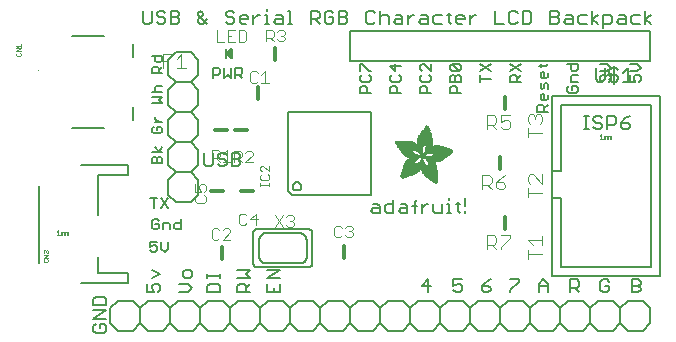
<source format=gbr>
G04 EAGLE Gerber RS-274X export*
G75*
%MOMM*%
%FSLAX34Y34*%
%LPD*%
%INSilkscreen Top*%
%IPPOS*%
%AMOC8*
5,1,8,0,0,1.08239X$1,22.5*%
G01*
%ADD10C,0.177800*%
%ADD11C,0.152400*%
%ADD12C,0.304800*%
%ADD13C,0.076200*%
%ADD14C,0.127000*%
%ADD15R,0.190500X0.889000*%
%ADD16C,0.101600*%
%ADD17C,0.025400*%
%ADD18R,0.068600X0.007600*%
%ADD19R,0.114300X0.007600*%
%ADD20R,0.152400X0.007700*%
%ADD21R,0.182900X0.007600*%
%ADD22R,0.205700X0.007600*%
%ADD23R,0.228600X0.007600*%
%ADD24R,0.259100X0.007600*%
%ADD25R,0.274300X0.007700*%
%ADD26R,0.289500X0.007600*%
%ADD27R,0.304800X0.007600*%
%ADD28R,0.320100X0.007600*%
%ADD29R,0.342900X0.007600*%
%ADD30R,0.350500X0.007700*%
%ADD31R,0.365800X0.007600*%
%ADD32R,0.381000X0.007600*%
%ADD33R,0.388600X0.007600*%
%ADD34R,0.403800X0.007600*%
%ADD35R,0.419100X0.007700*%
%ADD36R,0.426700X0.007600*%
%ADD37R,0.441900X0.007600*%
%ADD38R,0.449600X0.007600*%
%ADD39R,0.464800X0.007600*%
%ADD40R,0.480000X0.007700*%
%ADD41R,0.487600X0.007600*%
%ADD42R,0.495300X0.007600*%
%ADD43R,0.510500X0.007600*%
%ADD44R,0.518100X0.007600*%
%ADD45R,0.525700X0.007700*%
%ADD46R,0.541000X0.007600*%
%ADD47R,0.548600X0.007600*%
%ADD48R,0.563800X0.007600*%
%ADD49R,0.571500X0.007600*%
%ADD50R,0.579100X0.007700*%
%ADD51R,0.594300X0.007600*%
%ADD52R,0.601900X0.007600*%
%ADD53R,0.609600X0.007600*%
%ADD54R,0.624800X0.007600*%
%ADD55R,0.632400X0.007700*%
%ADD56R,0.640000X0.007600*%
%ADD57R,0.655300X0.007600*%
%ADD58R,0.662900X0.007600*%
%ADD59R,0.678100X0.007600*%
%ADD60R,0.685800X0.007700*%
%ADD61R,0.693400X0.007600*%
%ADD62R,0.708600X0.007600*%
%ADD63R,0.716200X0.007600*%
%ADD64R,0.723900X0.007600*%
%ADD65R,0.739100X0.007700*%
%ADD66R,0.746700X0.007600*%
%ADD67R,0.754300X0.007600*%
%ADD68R,0.769600X0.007600*%
%ADD69R,0.777200X0.007600*%
%ADD70R,0.792400X0.007700*%
%ADD71R,0.800100X0.007600*%
%ADD72R,0.807700X0.007600*%
%ADD73R,0.822900X0.007600*%
%ADD74R,0.830500X0.007600*%
%ADD75R,0.838200X0.007700*%
%ADD76R,0.091500X0.007600*%
%ADD77R,0.853400X0.007600*%
%ADD78R,0.144700X0.007600*%
%ADD79R,0.861000X0.007600*%
%ADD80R,0.190500X0.007600*%
%ADD81R,0.876300X0.007600*%
%ADD82R,0.221000X0.007600*%
%ADD83R,0.883900X0.007600*%
%ADD84R,0.259000X0.007700*%
%ADD85R,0.891500X0.007700*%
%ADD86R,0.289600X0.007600*%
%ADD87R,0.906700X0.007600*%
%ADD88R,0.914400X0.007600*%
%ADD89R,0.350500X0.007600*%
%ADD90R,0.922000X0.007600*%
%ADD91R,0.937200X0.007600*%
%ADD92R,0.411400X0.007700*%
%ADD93R,0.944800X0.007700*%
%ADD94R,0.434300X0.007600*%
%ADD95R,0.952500X0.007600*%
%ADD96R,0.464900X0.007600*%
%ADD97R,0.967700X0.007600*%
%ADD98R,0.975300X0.007600*%
%ADD99R,0.518200X0.007600*%
%ADD100R,0.990600X0.007600*%
%ADD101R,0.548600X0.007700*%
%ADD102R,0.998200X0.007700*%
%ADD103R,1.005800X0.007600*%
%ADD104R,0.594400X0.007600*%
%ADD105R,1.021000X0.007600*%
%ADD106R,0.617200X0.007600*%
%ADD107R,1.028700X0.007600*%
%ADD108R,0.647700X0.007600*%
%ADD109R,1.036300X0.007600*%
%ADD110R,0.670500X0.007700*%
%ADD111R,1.051500X0.007700*%
%ADD112R,1.059100X0.007600*%
%ADD113R,0.716300X0.007600*%
%ADD114R,1.066800X0.007600*%
%ADD115R,0.739100X0.007600*%
%ADD116R,1.074400X0.007600*%
%ADD117R,0.762000X0.007600*%
%ADD118R,1.089600X0.007600*%
%ADD119R,0.784800X0.007700*%
%ADD120R,1.097200X0.007700*%
%ADD121R,1.104900X0.007600*%
%ADD122R,0.830600X0.007600*%
%ADD123R,1.112500X0.007600*%
%ADD124R,0.845800X0.007600*%
%ADD125R,1.120100X0.007600*%
%ADD126R,0.868700X0.007600*%
%ADD127R,1.127700X0.007600*%
%ADD128R,1.135300X0.007700*%
%ADD129R,1.143000X0.007600*%
%ADD130R,0.944900X0.007600*%
%ADD131R,1.150600X0.007600*%
%ADD132R,0.960100X0.007600*%
%ADD133R,1.158200X0.007600*%
%ADD134R,0.983000X0.007600*%
%ADD135R,1.165800X0.007600*%
%ADD136R,1.005900X0.007700*%
%ADD137R,1.173400X0.007700*%
%ADD138R,1.021100X0.007600*%
%ADD139R,1.181100X0.007600*%
%ADD140R,1.044000X0.007600*%
%ADD141R,1.188700X0.007600*%
%ADD142R,1.196300X0.007600*%
%ADD143R,1.082000X0.007600*%
%ADD144R,1.203900X0.007600*%
%ADD145R,1.104900X0.007700*%
%ADD146R,1.211500X0.007700*%
%ADD147R,1.211500X0.007600*%
%ADD148R,1.219200X0.007600*%
%ADD149R,1.226800X0.007600*%
%ADD150R,1.234400X0.007600*%
%ADD151R,1.188700X0.007700*%
%ADD152R,1.242000X0.007700*%
%ADD153R,1.242000X0.007600*%
%ADD154R,1.211600X0.007600*%
%ADD155R,1.249600X0.007600*%
%ADD156R,1.257300X0.007600*%
%ADD157R,1.264900X0.007600*%
%ADD158R,1.242100X0.007700*%
%ADD159R,1.264900X0.007700*%
%ADD160R,1.272500X0.007600*%
%ADD161R,1.265000X0.007600*%
%ADD162R,1.280100X0.007600*%
%ADD163R,1.272600X0.007600*%
%ADD164R,1.287700X0.007600*%
%ADD165R,1.287800X0.007600*%
%ADD166R,1.295400X0.007700*%
%ADD167R,1.303000X0.007600*%
%ADD168R,1.318200X0.007600*%
%ADD169R,1.310600X0.007600*%
%ADD170R,1.325900X0.007600*%
%ADD171R,1.341100X0.007700*%
%ADD172R,1.318200X0.007700*%
%ADD173R,1.341100X0.007600*%
%ADD174R,1.325800X0.007600*%
%ADD175R,1.348700X0.007600*%
%ADD176R,1.364000X0.007600*%
%ADD177R,1.333500X0.007600*%
%ADD178R,1.371600X0.007700*%
%ADD179R,1.379200X0.007600*%
%ADD180R,1.379300X0.007600*%
%ADD181R,1.386900X0.007600*%
%ADD182R,1.394500X0.007600*%
%ADD183R,1.356300X0.007600*%
%ADD184R,1.394400X0.007700*%
%ADD185R,1.356300X0.007700*%
%ADD186R,1.402000X0.007600*%
%ADD187R,1.409700X0.007600*%
%ADD188R,1.363900X0.007600*%
%ADD189R,1.417300X0.007600*%
%ADD190R,1.371600X0.007600*%
%ADD191R,1.424900X0.007700*%
%ADD192R,1.424900X0.007600*%
%ADD193R,1.432600X0.007600*%
%ADD194R,1.440200X0.007600*%
%ADD195R,1.386800X0.007600*%
%ADD196R,1.447800X0.007700*%
%ADD197R,1.386800X0.007700*%
%ADD198R,1.447800X0.007600*%
%ADD199R,1.455500X0.007600*%
%ADD200R,1.394400X0.007600*%
%ADD201R,1.463100X0.007600*%
%ADD202R,1.455400X0.007700*%
%ADD203R,1.463000X0.007600*%
%ADD204R,1.470600X0.007600*%
%ADD205R,1.470600X0.007700*%
%ADD206R,1.409700X0.007700*%
%ADD207R,1.470700X0.007600*%
%ADD208R,1.402100X0.007600*%
%ADD209R,1.478300X0.007600*%
%ADD210R,1.478300X0.007700*%
%ADD211R,1.402100X0.007700*%
%ADD212R,1.485900X0.007600*%
%ADD213R,1.485900X0.007700*%
%ADD214R,1.493500X0.007700*%
%ADD215R,1.493500X0.007600*%
%ADD216R,1.394500X0.007700*%
%ADD217R,1.493600X0.007700*%
%ADD218R,1.386900X0.007700*%
%ADD219R,1.379200X0.007700*%
%ADD220R,2.857500X0.007700*%
%ADD221R,2.857500X0.007600*%
%ADD222R,2.849900X0.007600*%
%ADD223R,2.842300X0.007600*%
%ADD224R,2.834700X0.007700*%
%ADD225R,2.827000X0.007600*%
%ADD226R,2.819400X0.007600*%
%ADD227R,2.811800X0.007600*%
%ADD228R,2.811800X0.007700*%
%ADD229R,2.804100X0.007600*%
%ADD230R,2.796500X0.007600*%
%ADD231R,1.966000X0.007600*%
%ADD232R,1.943100X0.007600*%
%ADD233R,0.754400X0.007600*%
%ADD234R,1.927900X0.007700*%
%ADD235R,0.746700X0.007700*%
%ADD236R,1.912600X0.007600*%
%ADD237R,0.731500X0.007600*%
%ADD238R,1.905000X0.007600*%
%ADD239R,1.882200X0.007600*%
%ADD240R,1.874600X0.007600*%
%ADD241R,1.866900X0.007700*%
%ADD242R,0.708700X0.007700*%
%ADD243R,1.851600X0.007600*%
%ADD244R,0.701100X0.007600*%
%ADD245R,1.844000X0.007600*%
%ADD246R,1.836400X0.007600*%
%ADD247R,1.821200X0.007600*%
%ADD248R,0.685800X0.007600*%
%ADD249R,1.813500X0.007700*%
%ADD250R,1.805900X0.007600*%
%ADD251R,0.678200X0.007600*%
%ADD252R,1.790700X0.007600*%
%ADD253R,0.670600X0.007600*%
%ADD254R,1.775500X0.007600*%
%ADD255R,1.767900X0.007700*%
%ADD256R,0.663000X0.007700*%
%ADD257R,1.760200X0.007600*%
%ADD258R,1.752600X0.007600*%
%ADD259R,0.937300X0.007600*%
%ADD260R,0.792500X0.007600*%
%ADD261R,0.899100X0.007600*%
%ADD262R,0.883900X0.007700*%
%ADD263R,0.716300X0.007700*%
%ADD264R,0.647700X0.007700*%
%ADD265R,0.640100X0.007600*%
%ADD266R,0.632500X0.007600*%
%ADD267R,0.655400X0.007600*%
%ADD268R,0.632400X0.007600*%
%ADD269R,0.845800X0.007700*%
%ADD270R,0.617200X0.007700*%
%ADD271R,0.624800X0.007700*%
%ADD272R,0.602000X0.007600*%
%ADD273R,0.838200X0.007600*%
%ADD274R,0.586700X0.007600*%
%ADD275R,0.548700X0.007600*%
%ADD276R,0.830500X0.007700*%
%ADD277R,0.541000X0.007700*%
%ADD278R,0.594300X0.007700*%
%ADD279R,0.525800X0.007600*%
%ADD280R,0.586800X0.007600*%
%ADD281R,0.815300X0.007600*%
%ADD282R,0.579200X0.007600*%
%ADD283R,0.815400X0.007600*%
%ADD284R,0.815400X0.007700*%
%ADD285R,0.571500X0.007700*%
%ADD286R,0.807800X0.007600*%
%ADD287R,0.563900X0.007600*%
%ADD288R,0.457200X0.007600*%
%ADD289R,0.442000X0.007600*%
%ADD290R,0.556300X0.007600*%
%ADD291R,0.807700X0.007700*%
%ADD292R,0.411500X0.007600*%
%ADD293R,0.533400X0.007600*%
%ADD294R,0.076200X0.007600*%
%ADD295R,0.403900X0.007600*%
%ADD296R,0.525700X0.007600*%
%ADD297R,0.388700X0.007600*%
%ADD298R,0.297200X0.007600*%
%ADD299R,0.373400X0.007700*%
%ADD300R,0.503000X0.007700*%
%ADD301R,0.426800X0.007700*%
%ADD302R,0.358100X0.007600*%
%ADD303R,0.502900X0.007600*%
%ADD304R,0.472400X0.007600*%
%ADD305R,0.487700X0.007600*%
%ADD306R,0.335300X0.007600*%
%ADD307R,0.792500X0.007700*%
%ADD308R,0.327600X0.007700*%
%ADD309R,0.472400X0.007700*%
%ADD310R,0.640000X0.007700*%
%ADD311R,0.784800X0.007600*%
%ADD312R,0.320000X0.007600*%
%ADD313R,0.792400X0.007600*%
%ADD314R,1.173400X0.007600*%
%ADD315R,1.196400X0.007600*%
%ADD316R,0.784900X0.007600*%
%ADD317R,0.784900X0.007700*%
%ADD318R,0.297200X0.007700*%
%ADD319R,1.249700X0.007600*%
%ADD320R,0.281900X0.007600*%
%ADD321R,1.295400X0.007600*%
%ADD322R,0.266700X0.007600*%
%ADD323R,0.777300X0.007700*%
%ADD324R,0.266700X0.007700*%
%ADD325R,1.333500X0.007700*%
%ADD326R,0.777300X0.007600*%
%ADD327R,1.348800X0.007600*%
%ADD328R,0.251500X0.007600*%
%ADD329R,0.243900X0.007700*%
%ADD330R,0.243900X0.007600*%
%ADD331R,1.440100X0.007600*%
%ADD332R,0.236200X0.007600*%
%ADD333R,0.762000X0.007700*%
%ADD334R,0.236200X0.007700*%
%ADD335R,1.508700X0.007700*%
%ADD336R,1.531600X0.007600*%
%ADD337R,1.546900X0.007600*%
%ADD338R,1.569700X0.007600*%
%ADD339R,1.585000X0.007600*%
%ADD340R,0.746800X0.007700*%
%ADD341R,1.607800X0.007700*%
%ADD342R,0.243800X0.007600*%
%ADD343R,1.630700X0.007600*%
%ADD344R,1.653500X0.007600*%
%ADD345R,0.739200X0.007600*%
%ADD346R,1.684000X0.007600*%
%ADD347R,2.019300X0.007600*%
%ADD348R,0.731500X0.007700*%
%ADD349R,2.026900X0.007700*%
%ADD350R,2.049800X0.007600*%
%ADD351R,2.057400X0.007600*%
%ADD352R,0.708700X0.007600*%
%ADD353R,2.072600X0.007600*%
%ADD354R,0.701000X0.007600*%
%ADD355R,2.095500X0.007600*%
%ADD356R,0.693500X0.007700*%
%ADD357R,2.110800X0.007700*%
%ADD358R,2.141200X0.007600*%
%ADD359R,0.060900X0.007600*%
%ADD360R,2.872700X0.007600*%
%ADD361R,3.124200X0.007600*%
%ADD362R,3.177600X0.007600*%
%ADD363R,3.215600X0.007700*%
%ADD364R,3.253700X0.007600*%
%ADD365R,3.284300X0.007600*%
%ADD366R,3.314700X0.007600*%
%ADD367R,3.352800X0.007600*%
%ADD368R,3.375600X0.007700*%
%ADD369R,3.406200X0.007600*%
%ADD370R,3.429000X0.007600*%
%ADD371R,3.451800X0.007600*%
%ADD372R,3.482400X0.007600*%
%ADD373R,1.828800X0.007700*%
%ADD374R,1.539300X0.007700*%
%ADD375R,1.767900X0.007600*%
%ADD376R,1.767800X0.007600*%
%ADD377R,1.760200X0.007700*%
%ADD378R,1.760300X0.007600*%
%ADD379R,1.775400X0.007700*%
%ADD380R,1.379300X0.007700*%
%ADD381R,1.783000X0.007600*%
%ADD382R,1.813500X0.007600*%
%ADD383R,1.821100X0.007700*%
%ADD384R,0.503000X0.007600*%
%ADD385R,1.135400X0.007600*%
%ADD386R,1.127700X0.007700*%
%ADD387R,0.487700X0.007700*%
%ADD388R,1.120200X0.007600*%
%ADD389R,1.097300X0.007600*%
%ADD390R,0.510600X0.007600*%
%ADD391R,1.074400X0.007700*%
%ADD392R,0.525800X0.007700*%
%ADD393R,1.440200X0.007700*%
%ADD394R,1.059200X0.007600*%
%ADD395R,1.051600X0.007600*%
%ADD396R,1.051500X0.007600*%
%ADD397R,1.043900X0.007700*%
%ADD398R,0.602000X0.007700*%
%ADD399R,1.524000X0.007600*%
%ADD400R,1.539300X0.007600*%
%ADD401R,1.592600X0.007600*%
%ADD402R,1.021100X0.007700*%
%ADD403R,1.615400X0.007700*%
%ADD404R,1.013400X0.007600*%
%ADD405R,1.653600X0.007600*%
%ADD406R,1.013500X0.007600*%
%ADD407R,1.699300X0.007600*%
%ADD408R,2.743200X0.007600*%
%ADD409R,1.005900X0.007600*%
%ADD410R,2.415500X0.007600*%
%ADD411R,1.005800X0.007700*%
%ADD412R,0.281900X0.007700*%
%ADD413R,2.408000X0.007700*%
%ADD414R,2.407900X0.007600*%
%ADD415R,0.998200X0.007600*%
%ADD416R,0.282000X0.007600*%
%ADD417R,0.998300X0.007600*%
%ADD418R,2.400300X0.007600*%
%ADD419R,0.289500X0.007700*%
%ADD420R,2.400300X0.007700*%
%ADD421R,0.297100X0.007600*%
%ADD422R,0.312400X0.007600*%
%ADD423R,2.392700X0.007600*%
%ADD424R,0.990600X0.007700*%
%ADD425R,0.327700X0.007700*%
%ADD426R,2.392700X0.007700*%
%ADD427R,2.385100X0.007600*%
%ADD428R,0.381000X0.007700*%
%ADD429R,2.377400X0.007700*%
%ADD430R,2.377400X0.007600*%
%ADD431R,2.369800X0.007600*%
%ADD432R,0.419100X0.007600*%
%ADD433R,2.362200X0.007600*%
%ADD434R,0.426800X0.007600*%
%ADD435R,1.036300X0.007700*%
%ADD436R,0.442000X0.007700*%
%ADD437R,2.354600X0.007700*%
%ADD438R,2.354600X0.007600*%
%ADD439R,0.480100X0.007600*%
%ADD440R,2.347000X0.007600*%
%ADD441R,1.074500X0.007600*%
%ADD442R,2.339400X0.007600*%
%ADD443R,1.082100X0.007700*%
%ADD444R,0.548700X0.007700*%
%ADD445R,2.331800X0.007700*%
%ADD446R,2.331800X0.007600*%
%ADD447R,0.624900X0.007600*%
%ADD448R,2.324100X0.007600*%
%ADD449R,1.859300X0.007600*%
%ADD450R,2.308800X0.007600*%
%ADD451R,2.301200X0.007700*%
%ADD452R,2.301200X0.007600*%
%ADD453R,2.293600X0.007600*%
%ADD454R,2.278400X0.007600*%
%ADD455R,1.889800X0.007600*%
%ADD456R,2.270700X0.007600*%
%ADD457R,1.897400X0.007700*%
%ADD458R,2.255500X0.007700*%
%ADD459R,1.897400X0.007600*%
%ADD460R,2.247900X0.007600*%
%ADD461R,2.232600X0.007600*%
%ADD462R,1.912700X0.007600*%
%ADD463R,2.209800X0.007600*%
%ADD464R,1.920300X0.007600*%
%ADD465R,2.186900X0.007600*%
%ADD466R,1.920300X0.007700*%
%ADD467R,2.171700X0.007700*%
%ADD468R,1.935500X0.007600*%
%ADD469R,2.148800X0.007600*%
%ADD470R,2.126000X0.007600*%
%ADD471R,1.950700X0.007600*%
%ADD472R,1.958400X0.007700*%
%ADD473R,2.042200X0.007700*%
%ADD474R,1.973600X0.007600*%
%ADD475R,1.996500X0.007600*%
%ADD476R,1.981200X0.007600*%
%ADD477R,1.988800X0.007600*%
%ADD478R,1.996400X0.007700*%
%ADD479R,1.996400X0.007600*%
%ADD480R,2.004100X0.007600*%
%ADD481R,1.874500X0.007600*%
%ADD482R,1.425000X0.007600*%
%ADD483R,2.026900X0.007600*%
%ADD484R,0.434400X0.007700*%
%ADD485R,1.364000X0.007700*%
%ADD486R,2.034500X0.007600*%
%ADD487R,0.434400X0.007600*%
%ADD488R,2.049700X0.007600*%
%ADD489R,2.065000X0.007700*%
%ADD490R,0.464800X0.007700*%
%ADD491R,1.196300X0.007700*%
%ADD492R,2.080300X0.007600*%
%ADD493R,1.158300X0.007600*%
%ADD494R,2.087900X0.007600*%
%ADD495R,0.472500X0.007600*%
%ADD496R,2.103100X0.007600*%
%ADD497R,2.118400X0.007600*%
%ADD498R,2.133600X0.007600*%
%ADD499R,2.148800X0.007700*%
%ADD500R,2.164000X0.007600*%
%ADD501R,2.171700X0.007600*%
%ADD502R,2.187000X0.007600*%
%ADD503R,0.556200X0.007600*%
%ADD504R,2.202200X0.007700*%
%ADD505R,0.556200X0.007700*%
%ADD506R,0.640100X0.007700*%
%ADD507R,0.579100X0.007600*%
%ADD508R,0.480000X0.007600*%
%ADD509R,1.752600X0.007700*%
%ADD510R,0.487600X0.007700*%
%ADD511R,0.594400X0.007700*%
%ADD512R,0.358100X0.007700*%
%ADD513R,0.099000X0.007600*%
%ADD514R,1.280200X0.007600*%
%ADD515R,1.745000X0.007600*%
%ADD516R,1.744900X0.007600*%
%ADD517R,1.737300X0.007700*%
%ADD518R,1.737400X0.007600*%
%ADD519R,1.729800X0.007600*%
%ADD520R,1.722200X0.007600*%
%ADD521R,1.722100X0.007600*%
%ADD522R,1.714500X0.007700*%
%ADD523R,1.356400X0.007700*%
%ADD524R,1.706900X0.007600*%
%ADD525R,1.356400X0.007600*%
%ADD526R,1.691700X0.007600*%
%ADD527R,1.668800X0.007700*%
%ADD528R,1.645900X0.007600*%
%ADD529R,1.623100X0.007600*%
%ADD530R,1.577400X0.007600*%
%ADD531R,1.554400X0.007600*%
%ADD532R,1.539200X0.007600*%
%ADD533R,1.524000X0.007700*%
%ADD534R,1.501100X0.007600*%
%ADD535R,1.455400X0.007600*%
%ADD536R,1.348800X0.007700*%
%ADD537R,1.318300X0.007600*%
%ADD538R,1.310600X0.007700*%
%ADD539R,1.287800X0.007700*%
%ADD540R,1.234500X0.007600*%
%ADD541R,1.226900X0.007600*%
%ADD542R,1.173500X0.007700*%
%ADD543R,1.173500X0.007600*%
%ADD544R,1.165900X0.007600*%
%ADD545R,1.143000X0.007700*%
%ADD546R,1.127800X0.007600*%
%ADD547R,1.097200X0.007600*%
%ADD548R,1.028700X0.007700*%
%ADD549R,0.982900X0.007600*%
%ADD550R,0.952500X0.007700*%
%ADD551R,0.929600X0.007600*%
%ADD552R,0.906800X0.007700*%
%ADD553R,0.906800X0.007600*%
%ADD554R,0.899200X0.007600*%
%ADD555R,0.884000X0.007600*%
%ADD556R,0.876300X0.007700*%
%ADD557R,0.830600X0.007700*%
%ADD558R,0.754400X0.007700*%
%ADD559R,0.746800X0.007600*%
%ADD560R,0.708600X0.007700*%
%ADD561R,0.678200X0.007700*%
%ADD562R,0.663000X0.007600*%
%ADD563R,0.632500X0.007700*%
%ADD564R,0.556300X0.007700*%
%ADD565R,0.518200X0.007700*%
%ADD566R,0.434300X0.007700*%
%ADD567R,0.396300X0.007700*%
%ADD568R,0.373300X0.007600*%
%ADD569R,0.365700X0.007600*%
%ADD570R,0.327700X0.007600*%
%ADD571R,0.304800X0.007700*%
%ADD572R,0.274300X0.007600*%
%ADD573R,0.243800X0.007700*%
%ADD574R,0.205800X0.007600*%
%ADD575R,0.152400X0.007600*%
%ADD576R,0.121900X0.007700*%

G36*
X171282Y242912D02*
X171282Y242912D01*
X171299Y242910D01*
X171402Y242932D01*
X171507Y242950D01*
X171522Y242958D01*
X171540Y242962D01*
X171630Y243016D01*
X171724Y243066D01*
X171736Y243079D01*
X171751Y243088D01*
X171820Y243168D01*
X171892Y243245D01*
X171899Y243262D01*
X171911Y243275D01*
X171950Y243373D01*
X171994Y243469D01*
X171996Y243487D01*
X172003Y243503D01*
X172021Y243670D01*
X172021Y251290D01*
X172019Y251307D01*
X172020Y251322D01*
X172020Y251325D01*
X171999Y251429D01*
X171982Y251533D01*
X171973Y251548D01*
X171970Y251566D01*
X171916Y251657D01*
X171866Y251750D01*
X171854Y251762D01*
X171845Y251778D01*
X171765Y251847D01*
X171688Y251920D01*
X171672Y251927D01*
X171658Y251939D01*
X171561Y251979D01*
X171465Y252023D01*
X171447Y252025D01*
X171431Y252032D01*
X171325Y252039D01*
X171221Y252050D01*
X171203Y252046D01*
X171185Y252048D01*
X171083Y252020D01*
X171010Y252004D01*
X171007Y252004D01*
X170980Y251998D01*
X170965Y251989D01*
X170948Y251984D01*
X170803Y251899D01*
X165723Y248089D01*
X165720Y248086D01*
X165717Y248084D01*
X165635Y247997D01*
X165553Y247912D01*
X165551Y247908D01*
X165548Y247905D01*
X165498Y247796D01*
X165448Y247689D01*
X165448Y247685D01*
X165446Y247681D01*
X165433Y247563D01*
X165420Y247445D01*
X165420Y247441D01*
X165420Y247436D01*
X165446Y247320D01*
X165471Y247204D01*
X165473Y247200D01*
X165474Y247196D01*
X165535Y247094D01*
X165596Y246992D01*
X165599Y246989D01*
X165601Y246986D01*
X165723Y246871D01*
X170803Y243061D01*
X170819Y243053D01*
X170832Y243041D01*
X170928Y242996D01*
X171021Y242947D01*
X171039Y242944D01*
X171055Y242937D01*
X171160Y242925D01*
X171264Y242909D01*
X171282Y242912D01*
G37*
D10*
X56042Y18337D02*
X54220Y16515D01*
X54220Y12871D01*
X56042Y11049D01*
X63329Y11049D01*
X65151Y12871D01*
X65151Y16515D01*
X63329Y18337D01*
X59685Y18337D01*
X59685Y14693D01*
X54220Y22743D02*
X65151Y22743D01*
X65151Y30031D02*
X54220Y22743D01*
X54220Y30031D02*
X65151Y30031D01*
X65151Y34437D02*
X54220Y34437D01*
X65151Y34437D02*
X65151Y39903D01*
X63329Y41724D01*
X56042Y41724D01*
X54220Y39903D01*
X54220Y34437D01*
X99940Y45339D02*
X99940Y52627D01*
X99940Y45339D02*
X105405Y45339D01*
X103583Y48983D01*
X103583Y50805D01*
X105405Y52627D01*
X109049Y52627D01*
X110871Y50805D01*
X110871Y47161D01*
X109049Y45339D01*
X103583Y57033D02*
X110871Y60677D01*
X103583Y64321D01*
X126610Y45339D02*
X133897Y45339D01*
X137541Y48983D01*
X133897Y52627D01*
X126610Y52627D01*
X137541Y58855D02*
X137541Y62499D01*
X135719Y64321D01*
X132075Y64321D01*
X130253Y62499D01*
X130253Y58855D01*
X132075Y57033D01*
X135719Y57033D01*
X137541Y58855D01*
X150740Y45339D02*
X161671Y45339D01*
X161671Y50805D01*
X159849Y52627D01*
X152562Y52627D01*
X150740Y50805D01*
X150740Y45339D01*
X161671Y57033D02*
X161671Y60677D01*
X161671Y58855D02*
X150740Y58855D01*
X150740Y57033D02*
X150740Y60677D01*
X176140Y45339D02*
X187071Y45339D01*
X176140Y45339D02*
X176140Y50805D01*
X177962Y52627D01*
X181605Y52627D01*
X183427Y50805D01*
X183427Y45339D01*
X183427Y48983D02*
X187071Y52627D01*
X187071Y57033D02*
X176140Y57033D01*
X183427Y60677D02*
X187071Y57033D01*
X183427Y60677D02*
X187071Y64321D01*
X176140Y64321D01*
X201540Y52627D02*
X201540Y45339D01*
X212471Y45339D01*
X212471Y52627D01*
X207005Y48983D02*
X207005Y45339D01*
X201540Y57033D02*
X212471Y57033D01*
X212471Y64321D02*
X201540Y57033D01*
X201540Y64321D02*
X212471Y64321D01*
X337825Y56270D02*
X337825Y45339D01*
X332359Y50805D02*
X337825Y56270D01*
X339647Y50805D02*
X332359Y50805D01*
X359029Y56270D02*
X366317Y56270D01*
X359029Y56270D02*
X359029Y50805D01*
X362673Y52627D01*
X364495Y52627D01*
X366317Y50805D01*
X366317Y47161D01*
X364495Y45339D01*
X360851Y45339D01*
X359029Y47161D01*
X386803Y54448D02*
X390447Y56270D01*
X386803Y54448D02*
X383159Y50805D01*
X383159Y47161D01*
X384981Y45339D01*
X388625Y45339D01*
X390447Y47161D01*
X390447Y48983D01*
X388625Y50805D01*
X383159Y50805D01*
X407289Y56270D02*
X414577Y56270D01*
X414577Y54448D01*
X407289Y47161D01*
X407289Y45339D01*
D11*
X112268Y154432D02*
X103625Y154432D01*
X103625Y158754D01*
X105065Y160194D01*
X106506Y160194D01*
X107946Y158754D01*
X109387Y160194D01*
X110827Y160194D01*
X112268Y158754D01*
X112268Y154432D01*
X107946Y154432D02*
X107946Y158754D01*
X103625Y163787D02*
X112268Y163787D01*
X109387Y163787D02*
X112268Y168109D01*
X109387Y163787D02*
X106506Y168109D01*
X103625Y230632D02*
X112268Y230632D01*
X103625Y230632D02*
X103625Y234954D01*
X105065Y236394D01*
X107946Y236394D01*
X109387Y234954D01*
X109387Y230632D01*
X109387Y233513D02*
X112268Y236394D01*
X112268Y245749D02*
X103625Y245749D01*
X112268Y245749D02*
X112268Y241428D01*
X110827Y239987D01*
X107946Y239987D01*
X106506Y241428D01*
X106506Y245749D01*
X103625Y205232D02*
X112268Y205232D01*
X109387Y208113D01*
X112268Y210994D01*
X103625Y210994D01*
X103625Y214587D02*
X112268Y214587D01*
X107946Y214587D02*
X106506Y216028D01*
X106506Y218909D01*
X107946Y220349D01*
X112268Y220349D01*
X105065Y185594D02*
X103625Y184154D01*
X103625Y181273D01*
X105065Y179832D01*
X110827Y179832D01*
X112268Y181273D01*
X112268Y184154D01*
X110827Y185594D01*
X107946Y185594D01*
X107946Y182713D01*
X106506Y189187D02*
X112268Y189187D01*
X109387Y189187D02*
X106506Y192068D01*
X106506Y193509D01*
D10*
X431419Y52627D02*
X431419Y45339D01*
X431419Y52627D02*
X435063Y56270D01*
X438707Y52627D01*
X438707Y45339D01*
X438707Y50805D02*
X431419Y50805D01*
X458089Y45339D02*
X458089Y56270D01*
X463555Y56270D01*
X465377Y54448D01*
X465377Y50805D01*
X463555Y48983D01*
X458089Y48983D01*
X461733Y48983D02*
X465377Y45339D01*
X488955Y56270D02*
X490777Y54448D01*
X488955Y56270D02*
X485311Y56270D01*
X483489Y54448D01*
X483489Y47161D01*
X485311Y45339D01*
X488955Y45339D01*
X490777Y47161D01*
X490777Y50805D01*
X487133Y50805D01*
X510159Y45339D02*
X510159Y56270D01*
X515625Y56270D01*
X517447Y54448D01*
X517447Y52627D01*
X515625Y50805D01*
X517447Y48983D01*
X517447Y47161D01*
X515625Y45339D01*
X510159Y45339D01*
X510159Y50805D02*
X515625Y50805D01*
D11*
X108124Y88145D02*
X102362Y88145D01*
X102362Y83824D01*
X105243Y85264D01*
X106684Y85264D01*
X108124Y83824D01*
X108124Y80943D01*
X106684Y79502D01*
X103803Y79502D01*
X102362Y80943D01*
X111717Y82383D02*
X111717Y88145D01*
X111717Y82383D02*
X114598Y79502D01*
X117479Y82383D01*
X117479Y88145D01*
X109394Y105755D02*
X107954Y107195D01*
X105073Y107195D01*
X103632Y105755D01*
X103632Y99993D01*
X105073Y98552D01*
X107954Y98552D01*
X109394Y99993D01*
X109394Y102874D01*
X106513Y102874D01*
X112987Y104314D02*
X112987Y98552D01*
X112987Y104314D02*
X117309Y104314D01*
X118749Y102874D01*
X118749Y98552D01*
X128105Y98552D02*
X128105Y107195D01*
X128105Y98552D02*
X123783Y98552D01*
X122342Y99993D01*
X122342Y102874D01*
X123783Y104314D01*
X128105Y104314D01*
X105243Y116332D02*
X105243Y124975D01*
X102362Y124975D02*
X108124Y124975D01*
X111717Y124975D02*
X117479Y116332D01*
X111717Y116332D02*
X117479Y124975D01*
X508755Y223352D02*
X508755Y229114D01*
X508755Y223352D02*
X513076Y223352D01*
X511636Y226233D01*
X511636Y227673D01*
X513076Y229114D01*
X515957Y229114D01*
X517398Y227673D01*
X517398Y224792D01*
X515957Y223352D01*
X514517Y232707D02*
X508755Y232707D01*
X514517Y232707D02*
X517398Y235588D01*
X514517Y238469D01*
X508755Y238469D01*
X484795Y223352D02*
X483355Y224792D01*
X483355Y227673D01*
X484795Y229114D01*
X486236Y229114D01*
X487676Y227673D01*
X487676Y226233D01*
X487676Y227673D02*
X489117Y229114D01*
X490557Y229114D01*
X491998Y227673D01*
X491998Y224792D01*
X490557Y223352D01*
X489117Y232707D02*
X483355Y232707D01*
X489117Y232707D02*
X491998Y235588D01*
X489117Y238469D01*
X483355Y238469D01*
X456855Y219759D02*
X455415Y218318D01*
X455415Y215437D01*
X456855Y213996D01*
X462617Y213996D01*
X464058Y215437D01*
X464058Y218318D01*
X462617Y219759D01*
X459736Y219759D01*
X459736Y216878D01*
X458296Y223352D02*
X464058Y223352D01*
X458296Y223352D02*
X458296Y227673D01*
X459736Y229114D01*
X464058Y229114D01*
X464058Y238469D02*
X455415Y238469D01*
X464058Y238469D02*
X464058Y234147D01*
X462617Y232707D01*
X459736Y232707D01*
X458296Y234147D01*
X458296Y238469D01*
X438658Y198404D02*
X430015Y198404D01*
X430015Y202726D01*
X431455Y204167D01*
X434336Y204167D01*
X435777Y202726D01*
X435777Y198404D01*
X435777Y201286D02*
X438658Y204167D01*
X438658Y209200D02*
X438658Y212081D01*
X438658Y209200D02*
X437217Y207760D01*
X434336Y207760D01*
X432896Y209200D01*
X432896Y212081D01*
X434336Y213522D01*
X435777Y213522D01*
X435777Y207760D01*
X438658Y217115D02*
X438658Y221437D01*
X437217Y222877D01*
X435777Y221437D01*
X435777Y218555D01*
X434336Y217115D01*
X432896Y218555D01*
X432896Y222877D01*
X438658Y227911D02*
X438658Y230792D01*
X438658Y227911D02*
X437217Y226470D01*
X434336Y226470D01*
X432896Y227911D01*
X432896Y230792D01*
X434336Y232232D01*
X435777Y232232D01*
X435777Y226470D01*
X437217Y237266D02*
X431455Y237266D01*
X437217Y237266D02*
X438658Y238706D01*
X432896Y238706D02*
X432896Y235825D01*
X415798Y223352D02*
X407155Y223352D01*
X407155Y227673D01*
X408595Y229114D01*
X411476Y229114D01*
X412917Y227673D01*
X412917Y223352D01*
X412917Y226233D02*
X415798Y229114D01*
X415798Y238469D02*
X407155Y232707D01*
X407155Y238469D02*
X415798Y232707D01*
X390398Y226233D02*
X381755Y226233D01*
X381755Y223352D02*
X381755Y229114D01*
X381755Y232707D02*
X390398Y238469D01*
X390398Y232707D02*
X381755Y238469D01*
X364998Y213996D02*
X356355Y213996D01*
X356355Y218318D01*
X357795Y219759D01*
X360676Y219759D01*
X362117Y218318D01*
X362117Y213996D01*
X364998Y223352D02*
X356355Y223352D01*
X356355Y227673D01*
X357795Y229114D01*
X359236Y229114D01*
X360676Y227673D01*
X362117Y229114D01*
X363557Y229114D01*
X364998Y227673D01*
X364998Y223352D01*
X360676Y223352D02*
X360676Y227673D01*
X363557Y232707D02*
X357795Y232707D01*
X356355Y234147D01*
X356355Y237029D01*
X357795Y238469D01*
X363557Y238469D01*
X364998Y237029D01*
X364998Y234147D01*
X363557Y232707D01*
X357795Y238469D01*
X339598Y213996D02*
X330955Y213996D01*
X330955Y218318D01*
X332395Y219759D01*
X335276Y219759D01*
X336717Y218318D01*
X336717Y213996D01*
X330955Y227673D02*
X332395Y229114D01*
X330955Y227673D02*
X330955Y224792D01*
X332395Y223352D01*
X338157Y223352D01*
X339598Y224792D01*
X339598Y227673D01*
X338157Y229114D01*
X339598Y232707D02*
X339598Y238469D01*
X339598Y232707D02*
X333836Y238469D01*
X332395Y238469D01*
X330955Y237029D01*
X330955Y234147D01*
X332395Y232707D01*
X314198Y213996D02*
X305555Y213996D01*
X305555Y218318D01*
X306995Y219759D01*
X309876Y219759D01*
X311317Y218318D01*
X311317Y213996D01*
X305555Y227673D02*
X306995Y229114D01*
X305555Y227673D02*
X305555Y224792D01*
X306995Y223352D01*
X312757Y223352D01*
X314198Y224792D01*
X314198Y227673D01*
X312757Y229114D01*
X314198Y237029D02*
X305555Y237029D01*
X309876Y232707D01*
X309876Y238469D01*
X288798Y213996D02*
X280155Y213996D01*
X280155Y218318D01*
X281595Y219759D01*
X284476Y219759D01*
X285917Y218318D01*
X285917Y213996D01*
X280155Y227673D02*
X281595Y229114D01*
X280155Y227673D02*
X280155Y224792D01*
X281595Y223352D01*
X287357Y223352D01*
X288798Y224792D01*
X288798Y227673D01*
X287357Y229114D01*
X280155Y232707D02*
X280155Y238469D01*
X281595Y238469D01*
X287357Y232707D01*
X288798Y232707D01*
X155702Y235465D02*
X155702Y226822D01*
X155702Y235465D02*
X160024Y235465D01*
X161464Y234025D01*
X161464Y231144D01*
X160024Y229703D01*
X155702Y229703D01*
X165057Y226822D02*
X165057Y235465D01*
X167938Y229703D02*
X165057Y226822D01*
X167938Y229703D02*
X170819Y226822D01*
X170819Y235465D01*
X174412Y235465D02*
X174412Y226822D01*
X174412Y235465D02*
X178734Y235465D01*
X180175Y234025D01*
X180175Y231144D01*
X178734Y229703D01*
X174412Y229703D01*
X177294Y229703D02*
X180175Y226822D01*
D10*
X96139Y274491D02*
X96139Y283600D01*
X96139Y274491D02*
X97961Y272669D01*
X101605Y272669D01*
X103427Y274491D01*
X103427Y283600D01*
X113299Y283600D02*
X115121Y281778D01*
X113299Y283600D02*
X109655Y283600D01*
X107833Y281778D01*
X107833Y279957D01*
X109655Y278135D01*
X113299Y278135D01*
X115121Y276313D01*
X115121Y274491D01*
X113299Y272669D01*
X109655Y272669D01*
X107833Y274491D01*
X119527Y272669D02*
X119527Y283600D01*
X124993Y283600D01*
X126814Y281778D01*
X126814Y279957D01*
X124993Y278135D01*
X126814Y276313D01*
X126814Y274491D01*
X124993Y272669D01*
X119527Y272669D01*
X119527Y278135D02*
X124993Y278135D01*
X146559Y272669D02*
X150202Y276313D01*
X146559Y272669D02*
X144737Y272669D01*
X142915Y274491D01*
X142915Y276313D01*
X146559Y279957D01*
X146559Y281778D01*
X144737Y283600D01*
X142915Y281778D01*
X142915Y279957D01*
X150202Y272669D01*
X171768Y283600D02*
X173590Y281778D01*
X171768Y283600D02*
X168125Y283600D01*
X166303Y281778D01*
X166303Y279957D01*
X168125Y278135D01*
X171768Y278135D01*
X173590Y276313D01*
X173590Y274491D01*
X171768Y272669D01*
X168125Y272669D01*
X166303Y274491D01*
X179819Y272669D02*
X183462Y272669D01*
X179819Y272669D02*
X177997Y274491D01*
X177997Y278135D01*
X179819Y279957D01*
X183462Y279957D01*
X185284Y278135D01*
X185284Y276313D01*
X177997Y276313D01*
X189691Y272669D02*
X189691Y279957D01*
X189691Y276313D02*
X193335Y279957D01*
X195156Y279957D01*
X199436Y279957D02*
X201258Y279957D01*
X201258Y272669D01*
X203079Y272669D02*
X199436Y272669D01*
X201258Y283600D02*
X201258Y285422D01*
X209054Y279957D02*
X212697Y279957D01*
X214519Y278135D01*
X214519Y272669D01*
X209054Y272669D01*
X207232Y274491D01*
X209054Y276313D01*
X214519Y276313D01*
X218926Y283600D02*
X220748Y283600D01*
X220748Y272669D01*
X222569Y272669D02*
X218926Y272669D01*
X238416Y272669D02*
X238416Y283600D01*
X243881Y283600D01*
X245703Y281778D01*
X245703Y278135D01*
X243881Y276313D01*
X238416Y276313D01*
X242059Y276313D02*
X245703Y272669D01*
X255575Y283600D02*
X257397Y281778D01*
X255575Y283600D02*
X251931Y283600D01*
X250110Y281778D01*
X250110Y274491D01*
X251931Y272669D01*
X255575Y272669D01*
X257397Y274491D01*
X257397Y278135D01*
X253753Y278135D01*
X261804Y283600D02*
X261804Y272669D01*
X261804Y283600D02*
X267269Y283600D01*
X269091Y281778D01*
X269091Y279957D01*
X267269Y278135D01*
X269091Y276313D01*
X269091Y274491D01*
X267269Y272669D01*
X261804Y272669D01*
X261804Y278135D02*
X267269Y278135D01*
X290657Y283600D02*
X292479Y281778D01*
X290657Y283600D02*
X287013Y283600D01*
X285191Y281778D01*
X285191Y274491D01*
X287013Y272669D01*
X290657Y272669D01*
X292479Y274491D01*
X296885Y272669D02*
X296885Y283600D01*
X298707Y279957D02*
X296885Y278135D01*
X298707Y279957D02*
X302351Y279957D01*
X304173Y278135D01*
X304173Y272669D01*
X310401Y279957D02*
X314045Y279957D01*
X315867Y278135D01*
X315867Y272669D01*
X310401Y272669D01*
X308579Y274491D01*
X310401Y276313D01*
X315867Y276313D01*
X320273Y272669D02*
X320273Y279957D01*
X320273Y276313D02*
X323917Y279957D01*
X325739Y279957D01*
X331840Y279957D02*
X335484Y279957D01*
X337306Y278135D01*
X337306Y272669D01*
X331840Y272669D01*
X330018Y274491D01*
X331840Y276313D01*
X337306Y276313D01*
X343534Y279957D02*
X349000Y279957D01*
X343534Y279957D02*
X341712Y278135D01*
X341712Y274491D01*
X343534Y272669D01*
X349000Y272669D01*
X355228Y274491D02*
X355228Y281778D01*
X355228Y274491D02*
X357050Y272669D01*
X357050Y279957D02*
X353406Y279957D01*
X363024Y272669D02*
X366668Y272669D01*
X363024Y272669D02*
X361202Y274491D01*
X361202Y278135D01*
X363024Y279957D01*
X366668Y279957D01*
X368490Y278135D01*
X368490Y276313D01*
X361202Y276313D01*
X372896Y272669D02*
X372896Y279957D01*
X372896Y276313D02*
X376540Y279957D01*
X378362Y279957D01*
X394335Y283600D02*
X394335Y272669D01*
X401623Y272669D01*
X411495Y283600D02*
X413317Y281778D01*
X411495Y283600D02*
X407851Y283600D01*
X406029Y281778D01*
X406029Y274491D01*
X407851Y272669D01*
X411495Y272669D01*
X413317Y274491D01*
X417723Y272669D02*
X417723Y283600D01*
X417723Y272669D02*
X423189Y272669D01*
X425011Y274491D01*
X425011Y281778D01*
X423189Y283600D01*
X417723Y283600D01*
X441111Y283600D02*
X441111Y272669D01*
X441111Y283600D02*
X446577Y283600D01*
X448399Y281778D01*
X448399Y279957D01*
X446577Y278135D01*
X448399Y276313D01*
X448399Y274491D01*
X446577Y272669D01*
X441111Y272669D01*
X441111Y278135D02*
X446577Y278135D01*
X454627Y279957D02*
X458271Y279957D01*
X460093Y278135D01*
X460093Y272669D01*
X454627Y272669D01*
X452805Y274491D01*
X454627Y276313D01*
X460093Y276313D01*
X466321Y279957D02*
X471787Y279957D01*
X466321Y279957D02*
X464499Y278135D01*
X464499Y274491D01*
X466321Y272669D01*
X471787Y272669D01*
X476193Y272669D02*
X476193Y283600D01*
X476193Y276313D02*
X481659Y272669D01*
X476193Y276313D02*
X481659Y279957D01*
X485938Y279957D02*
X485938Y269025D01*
X485938Y279957D02*
X491404Y279957D01*
X493225Y278135D01*
X493225Y274491D01*
X491404Y272669D01*
X485938Y272669D01*
X499454Y279957D02*
X503098Y279957D01*
X504919Y278135D01*
X504919Y272669D01*
X499454Y272669D01*
X497632Y274491D01*
X499454Y276313D01*
X504919Y276313D01*
X511148Y279957D02*
X516613Y279957D01*
X511148Y279957D02*
X509326Y278135D01*
X509326Y274491D01*
X511148Y272669D01*
X516613Y272669D01*
X521020Y272669D02*
X521020Y283600D01*
X521020Y276313D02*
X526485Y272669D01*
X521020Y276313D02*
X526485Y279957D01*
X294658Y119937D02*
X291014Y119937D01*
X294658Y119937D02*
X296480Y118115D01*
X296480Y112649D01*
X291014Y112649D01*
X289192Y114471D01*
X291014Y116293D01*
X296480Y116293D01*
X308174Y112649D02*
X308174Y123580D01*
X308174Y112649D02*
X302708Y112649D01*
X300886Y114471D01*
X300886Y118115D01*
X302708Y119937D01*
X308174Y119937D01*
X314402Y119937D02*
X318046Y119937D01*
X319868Y118115D01*
X319868Y112649D01*
X314402Y112649D01*
X312580Y114471D01*
X314402Y116293D01*
X319868Y116293D01*
X326096Y112649D02*
X326096Y121758D01*
X327918Y123580D01*
X327918Y118115D02*
X324274Y118115D01*
X332070Y119937D02*
X332070Y112649D01*
X332070Y116293D02*
X335714Y119937D01*
X337536Y119937D01*
X341815Y119937D02*
X341815Y114471D01*
X343637Y112649D01*
X349102Y112649D01*
X349102Y119937D01*
X353509Y119937D02*
X355331Y119937D01*
X355331Y112649D01*
X353509Y112649D02*
X357153Y112649D01*
X355331Y123580D02*
X355331Y125402D01*
X363127Y121758D02*
X363127Y114471D01*
X364949Y112649D01*
X364949Y119937D02*
X361305Y119937D01*
X369101Y114471D02*
X369101Y112649D01*
X369101Y118115D02*
X369101Y125402D01*
D12*
X166900Y182470D02*
X156740Y182470D01*
D13*
X154911Y165467D02*
X154911Y156061D01*
X154911Y165467D02*
X159614Y165467D01*
X161182Y163899D01*
X161182Y160764D01*
X159614Y159196D01*
X154911Y159196D01*
X158046Y159196D02*
X161182Y156061D01*
X164266Y162332D02*
X167402Y165467D01*
X167402Y156061D01*
X170537Y156061D02*
X164266Y156061D01*
D12*
X174170Y182470D02*
X184330Y182470D01*
D13*
X173371Y165097D02*
X173371Y155691D01*
X173371Y165097D02*
X178074Y165097D01*
X179642Y163529D01*
X179642Y160394D01*
X178074Y158826D01*
X173371Y158826D01*
X176506Y158826D02*
X179642Y155691D01*
X182726Y155691D02*
X188997Y155691D01*
X182726Y155691D02*
X188997Y161962D01*
X188997Y163529D01*
X187429Y165097D01*
X184294Y165097D01*
X182726Y163529D01*
D14*
X533490Y211790D02*
X533490Y59390D01*
X442050Y59390D01*
X442050Y125430D01*
X442050Y148290D02*
X442050Y211790D01*
X533490Y211790D01*
X525870Y204170D02*
X525870Y67010D01*
X449670Y67010D01*
X449670Y125430D01*
X442050Y125430D01*
X442050Y148290D01*
X449670Y148290D01*
X449670Y204170D01*
X525870Y204170D01*
X473470Y183215D02*
X469657Y183215D01*
X471564Y183215D02*
X471564Y194655D01*
X473470Y194655D02*
X469657Y194655D01*
X483173Y194655D02*
X485080Y192748D01*
X483173Y194655D02*
X479360Y194655D01*
X477453Y192748D01*
X477453Y190842D01*
X479360Y188935D01*
X483173Y188935D01*
X485080Y187028D01*
X485080Y185122D01*
X483173Y183215D01*
X479360Y183215D01*
X477453Y185122D01*
X489147Y183215D02*
X489147Y194655D01*
X494867Y194655D01*
X496773Y192748D01*
X496773Y188935D01*
X494867Y187028D01*
X489147Y187028D01*
X504654Y192748D02*
X508467Y194655D01*
X504654Y192748D02*
X500841Y188935D01*
X500841Y185122D01*
X502748Y183215D01*
X506561Y183215D01*
X508467Y185122D01*
X508467Y187028D01*
X506561Y188935D01*
X500841Y188935D01*
D12*
X193170Y209050D02*
X193170Y219210D01*
D13*
X193192Y230749D02*
X191624Y232317D01*
X188489Y232317D01*
X186921Y230749D01*
X186921Y224479D01*
X188489Y222911D01*
X191624Y222911D01*
X193192Y224479D01*
X196276Y229182D02*
X199412Y232317D01*
X199412Y222911D01*
X202547Y222911D02*
X196276Y222911D01*
D12*
X189490Y131350D02*
X179330Y131350D01*
D13*
X182214Y111927D02*
X183781Y110359D01*
X182214Y111927D02*
X179078Y111927D01*
X177511Y110359D01*
X177511Y104089D01*
X179078Y102521D01*
X182214Y102521D01*
X183781Y104089D01*
X191569Y102521D02*
X191569Y111927D01*
X186866Y107224D01*
X193137Y107224D01*
D12*
X207670Y242180D02*
X207670Y252340D01*
D13*
X200431Y257801D02*
X200431Y267207D01*
X205134Y267207D01*
X206702Y265639D01*
X206702Y262504D01*
X205134Y260936D01*
X200431Y260936D01*
X203566Y260936D02*
X206702Y257801D01*
X209786Y265639D02*
X211354Y267207D01*
X214489Y267207D01*
X216057Y265639D01*
X216057Y264072D01*
X214489Y262504D01*
X212922Y262504D01*
X214489Y262504D02*
X216057Y260936D01*
X216057Y259369D01*
X214489Y257801D01*
X211354Y257801D01*
X209786Y259369D01*
D15*
X166363Y247480D03*
D13*
X158545Y257651D02*
X158545Y267057D01*
X158545Y257651D02*
X164816Y257651D01*
X167901Y267057D02*
X174171Y267057D01*
X167901Y267057D02*
X167901Y257651D01*
X174171Y257651D01*
X171036Y262354D02*
X167901Y262354D01*
X177256Y267057D02*
X177256Y257651D01*
X181959Y257651D01*
X183527Y259219D01*
X183527Y265489D01*
X181959Y267057D01*
X177256Y267057D01*
D14*
X239610Y70608D02*
X239625Y70494D01*
X239636Y70380D01*
X239643Y70265D01*
X239647Y70150D01*
X239646Y70035D01*
X239642Y69920D01*
X239633Y69806D01*
X239621Y69692D01*
X239605Y69578D01*
X239585Y69465D01*
X239561Y69352D01*
X239533Y69241D01*
X239502Y69130D01*
X239467Y69021D01*
X239428Y68913D01*
X239385Y68806D01*
X239339Y68701D01*
X239289Y68597D01*
X239236Y68496D01*
X239179Y68396D01*
X239119Y68298D01*
X239055Y68202D01*
X238989Y68109D01*
X238919Y68017D01*
X238846Y67928D01*
X238770Y67842D01*
X238691Y67759D01*
X238609Y67678D01*
X238525Y67600D01*
X238438Y67525D01*
X238349Y67452D01*
X238257Y67383D01*
X238163Y67318D01*
X238066Y67255D01*
X237968Y67196D01*
X237867Y67140D01*
X237765Y67088D01*
X237661Y67039D01*
X237556Y66993D01*
X237449Y66952D01*
X237340Y66914D01*
X237230Y66879D01*
X237120Y66849D01*
X237008Y66822D01*
X236895Y66799D01*
X236782Y66780D01*
X192438Y66780D01*
X192325Y66799D01*
X192212Y66822D01*
X192100Y66849D01*
X191990Y66879D01*
X191880Y66914D01*
X191771Y66952D01*
X191664Y66993D01*
X191559Y67039D01*
X191455Y67088D01*
X191353Y67140D01*
X191252Y67196D01*
X191154Y67255D01*
X191057Y67318D01*
X190963Y67383D01*
X190871Y67452D01*
X190782Y67525D01*
X190695Y67600D01*
X190611Y67678D01*
X190529Y67759D01*
X190450Y67842D01*
X190374Y67928D01*
X190301Y68017D01*
X190231Y68109D01*
X190165Y68202D01*
X190101Y68298D01*
X190041Y68396D01*
X189984Y68496D01*
X189931Y68597D01*
X189881Y68701D01*
X189835Y68806D01*
X189792Y68913D01*
X189753Y69021D01*
X189718Y69130D01*
X189687Y69241D01*
X189659Y69352D01*
X189635Y69465D01*
X189615Y69578D01*
X189599Y69692D01*
X189587Y69806D01*
X189578Y69920D01*
X189574Y70035D01*
X189573Y70150D01*
X189577Y70265D01*
X189584Y70380D01*
X189595Y70494D01*
X189610Y70608D01*
X189610Y96544D01*
X189612Y96636D01*
X189618Y96729D01*
X189627Y96821D01*
X189640Y96912D01*
X189658Y97003D01*
X189678Y97093D01*
X189703Y97182D01*
X189731Y97270D01*
X189763Y97357D01*
X189798Y97442D01*
X189837Y97526D01*
X189879Y97608D01*
X189925Y97689D01*
X189974Y97767D01*
X190026Y97843D01*
X190081Y97917D01*
X190140Y97989D01*
X190201Y98058D01*
X190265Y98125D01*
X190332Y98189D01*
X190401Y98250D01*
X190473Y98309D01*
X190547Y98364D01*
X190623Y98416D01*
X190701Y98465D01*
X190782Y98511D01*
X190864Y98553D01*
X190948Y98592D01*
X191033Y98627D01*
X191120Y98659D01*
X191208Y98687D01*
X191297Y98712D01*
X191387Y98732D01*
X191478Y98750D01*
X191569Y98763D01*
X191661Y98772D01*
X191754Y98778D01*
X191846Y98780D01*
X236448Y98780D01*
X236558Y98778D01*
X236669Y98772D01*
X236779Y98763D01*
X236888Y98749D01*
X236997Y98732D01*
X237105Y98711D01*
X237213Y98686D01*
X237320Y98658D01*
X237425Y98625D01*
X237529Y98589D01*
X237633Y98550D01*
X237734Y98507D01*
X237834Y98460D01*
X237932Y98410D01*
X238029Y98356D01*
X238124Y98300D01*
X238216Y98239D01*
X238307Y98176D01*
X238395Y98110D01*
X238480Y98040D01*
X238564Y97968D01*
X238645Y97893D01*
X238723Y97815D01*
X238798Y97734D01*
X238870Y97650D01*
X238940Y97565D01*
X239006Y97477D01*
X239069Y97386D01*
X239130Y97294D01*
X239186Y97199D01*
X239240Y97102D01*
X239290Y97004D01*
X239337Y96904D01*
X239380Y96803D01*
X239419Y96699D01*
X239455Y96595D01*
X239488Y96490D01*
X239516Y96383D01*
X239541Y96275D01*
X239562Y96167D01*
X239579Y96058D01*
X239593Y95949D01*
X239602Y95839D01*
X239608Y95728D01*
X239610Y95618D01*
X239610Y70608D01*
X228610Y95780D02*
X200610Y95780D01*
X228610Y95780D02*
X228769Y95765D01*
X228928Y95747D01*
X229087Y95725D01*
X229245Y95699D01*
X229402Y95669D01*
X229558Y95636D01*
X229714Y95598D01*
X229868Y95557D01*
X230022Y95512D01*
X230174Y95463D01*
X230325Y95410D01*
X230475Y95354D01*
X230623Y95294D01*
X230770Y95231D01*
X230915Y95164D01*
X231059Y95093D01*
X231201Y95019D01*
X231341Y94941D01*
X231479Y94860D01*
X231615Y94776D01*
X231748Y94688D01*
X231880Y94597D01*
X232009Y94503D01*
X232136Y94406D01*
X232261Y94306D01*
X232383Y94202D01*
X232503Y94096D01*
X232619Y93987D01*
X232734Y93874D01*
X232845Y93760D01*
X232954Y93642D01*
X233059Y93522D01*
X233162Y93399D01*
X233261Y93274D01*
X233358Y93146D01*
X233451Y93016D01*
X233541Y92884D01*
X233628Y92750D01*
X233712Y92613D01*
X233792Y92475D01*
X233868Y92334D01*
X233942Y92192D01*
X234011Y92048D01*
X234078Y91902D01*
X234140Y91755D01*
X234199Y91607D01*
X234254Y91456D01*
X234306Y91305D01*
X234354Y91152D01*
X234398Y90998D01*
X234438Y90844D01*
X234475Y90688D01*
X234507Y90531D01*
X234536Y90374D01*
X234561Y90216D01*
X234582Y90057D01*
X234599Y89898D01*
X234613Y89739D01*
X234622Y89579D01*
X234627Y89419D01*
X234629Y89259D01*
X234627Y89099D01*
X234620Y88939D01*
X234610Y88780D01*
X234610Y74780D01*
X234595Y74634D01*
X234576Y74488D01*
X234553Y74343D01*
X234526Y74198D01*
X234495Y74054D01*
X234461Y73911D01*
X234422Y73769D01*
X234380Y73629D01*
X234335Y73489D01*
X234285Y73350D01*
X234232Y73213D01*
X234175Y73078D01*
X234115Y72944D01*
X234051Y72811D01*
X233983Y72681D01*
X233912Y72552D01*
X233838Y72425D01*
X233760Y72300D01*
X233679Y72177D01*
X233595Y72057D01*
X233508Y71939D01*
X233417Y71823D01*
X233324Y71709D01*
X233227Y71598D01*
X233128Y71490D01*
X233025Y71385D01*
X232920Y71282D01*
X232812Y71182D01*
X232702Y71085D01*
X232589Y70990D01*
X232474Y70899D01*
X232356Y70811D01*
X232236Y70727D01*
X232113Y70645D01*
X231989Y70567D01*
X231862Y70492D01*
X231734Y70420D01*
X231604Y70352D01*
X231472Y70287D01*
X231338Y70226D01*
X231202Y70169D01*
X231066Y70115D01*
X230927Y70065D01*
X230788Y70018D01*
X230647Y69975D01*
X230506Y69936D01*
X230363Y69901D01*
X230219Y69870D01*
X230075Y69842D01*
X229930Y69818D01*
X229784Y69798D01*
X229638Y69782D01*
X229491Y69770D01*
X229344Y69762D01*
X229197Y69758D01*
X229050Y69757D01*
X228903Y69761D01*
X228757Y69768D01*
X228610Y69780D01*
X201610Y69780D01*
X201450Y69770D01*
X201290Y69763D01*
X201130Y69761D01*
X200970Y69762D01*
X200811Y69768D01*
X200651Y69777D01*
X200491Y69790D01*
X200332Y69808D01*
X200174Y69829D01*
X200016Y69854D01*
X199858Y69882D01*
X199702Y69915D01*
X199546Y69951D01*
X199391Y69992D01*
X199237Y70036D01*
X199085Y70084D01*
X198933Y70135D01*
X198783Y70190D01*
X198634Y70249D01*
X198487Y70312D01*
X198341Y70378D01*
X198197Y70448D01*
X198055Y70521D01*
X197915Y70598D01*
X197776Y70678D01*
X197640Y70761D01*
X197505Y70848D01*
X197373Y70938D01*
X197243Y71032D01*
X197115Y71128D01*
X196990Y71228D01*
X196867Y71330D01*
X196747Y71436D01*
X196630Y71545D01*
X196515Y71656D01*
X196403Y71770D01*
X196294Y71887D01*
X196187Y72006D01*
X196084Y72129D01*
X195983Y72253D01*
X195886Y72380D01*
X195792Y72510D01*
X195701Y72641D01*
X195613Y72775D01*
X195529Y72911D01*
X195448Y73049D01*
X195370Y73189D01*
X195296Y73331D01*
X195226Y73474D01*
X195159Y73620D01*
X195095Y73766D01*
X195035Y73915D01*
X194979Y74065D01*
X194926Y74216D01*
X194878Y74368D01*
X194833Y74522D01*
X194791Y74676D01*
X194754Y74832D01*
X194720Y74988D01*
X194691Y75145D01*
X194665Y75303D01*
X194643Y75462D01*
X194624Y75621D01*
X194610Y75780D01*
X194610Y89780D01*
X194612Y89932D01*
X194618Y90084D01*
X194627Y90236D01*
X194641Y90387D01*
X194658Y90538D01*
X194679Y90689D01*
X194704Y90839D01*
X194733Y90988D01*
X194765Y91136D01*
X194802Y91284D01*
X194841Y91431D01*
X194885Y91576D01*
X194933Y91721D01*
X194983Y91864D01*
X195038Y92006D01*
X195096Y92146D01*
X195158Y92285D01*
X195223Y92422D01*
X195292Y92558D01*
X195364Y92692D01*
X195439Y92824D01*
X195518Y92954D01*
X195600Y93082D01*
X195685Y93208D01*
X195774Y93331D01*
X195865Y93453D01*
X195960Y93572D01*
X196057Y93688D01*
X196158Y93802D01*
X196261Y93914D01*
X196367Y94023D01*
X196476Y94129D01*
X196588Y94232D01*
X196702Y94333D01*
X196818Y94430D01*
X196937Y94525D01*
X197059Y94616D01*
X197182Y94705D01*
X197308Y94790D01*
X197436Y94872D01*
X197566Y94951D01*
X197698Y95026D01*
X197832Y95098D01*
X197968Y95167D01*
X198105Y95232D01*
X198244Y95294D01*
X198384Y95352D01*
X198526Y95407D01*
X198669Y95457D01*
X198814Y95505D01*
X198959Y95549D01*
X199106Y95588D01*
X199254Y95625D01*
X199402Y95657D01*
X199551Y95686D01*
X199701Y95711D01*
X199852Y95732D01*
X200003Y95749D01*
X200154Y95763D01*
X200306Y95772D01*
X200458Y95778D01*
X200610Y95780D01*
D13*
X214342Y101021D02*
X208071Y110427D01*
X214342Y110427D02*
X208071Y101021D01*
X217426Y108859D02*
X218994Y110427D01*
X222129Y110427D01*
X223697Y108859D01*
X223697Y107292D01*
X222129Y105724D01*
X220562Y105724D01*
X222129Y105724D02*
X223697Y104156D01*
X223697Y102589D01*
X222129Y101021D01*
X218994Y101021D01*
X217426Y102589D01*
D12*
X163220Y84100D02*
X163220Y73940D01*
D13*
X160671Y97799D02*
X159104Y99367D01*
X155968Y99367D01*
X154401Y97799D01*
X154401Y91529D01*
X155968Y89961D01*
X159104Y89961D01*
X160671Y91529D01*
X163756Y89961D02*
X170027Y89961D01*
X163756Y89961D02*
X170027Y96232D01*
X170027Y97799D01*
X168459Y99367D01*
X165323Y99367D01*
X163756Y97799D01*
D12*
X266170Y84400D02*
X266170Y74240D01*
D13*
X264232Y100119D02*
X262664Y101687D01*
X259529Y101687D01*
X257961Y100119D01*
X257961Y93849D01*
X259529Y92281D01*
X262664Y92281D01*
X264232Y93849D01*
X267316Y100119D02*
X268884Y101687D01*
X272019Y101687D01*
X273587Y100119D01*
X273587Y98552D01*
X272019Y96984D01*
X270452Y96984D01*
X272019Y96984D02*
X273587Y95416D01*
X273587Y93849D01*
X272019Y92281D01*
X268884Y92281D01*
X267316Y93849D01*
D11*
X142830Y153180D02*
X142830Y165880D01*
X142830Y153180D02*
X136480Y146830D01*
X123780Y146830D01*
X117430Y153180D01*
X142830Y191280D02*
X136480Y197630D01*
X142830Y191280D02*
X142830Y178580D01*
X136480Y172230D01*
X123780Y172230D01*
X117430Y178580D01*
X117430Y191280D01*
X123780Y197630D01*
X136480Y172230D02*
X142830Y165880D01*
X123780Y172230D02*
X117430Y165880D01*
X117430Y153180D01*
X142830Y229380D02*
X142830Y242080D01*
X142830Y229380D02*
X136480Y223030D01*
X123780Y223030D01*
X117430Y229380D01*
X136480Y223030D02*
X142830Y216680D01*
X142830Y203980D01*
X136480Y197630D01*
X123780Y197630D01*
X117430Y203980D01*
X117430Y216680D01*
X123780Y223030D01*
X123780Y248430D02*
X136480Y248430D01*
X142830Y242080D01*
X123780Y248430D02*
X117430Y242080D01*
X117430Y229380D01*
X142830Y140480D02*
X142830Y127780D01*
X136480Y121430D01*
X123780Y121430D01*
X117430Y127780D01*
X136480Y146830D02*
X142830Y140480D01*
X123780Y146830D02*
X117430Y140480D01*
X117430Y127780D01*
D10*
X147937Y154199D02*
X147937Y163308D01*
X147937Y154199D02*
X149759Y152377D01*
X153403Y152377D01*
X155225Y154199D01*
X155225Y163308D01*
X165097Y163308D02*
X166919Y161486D01*
X165097Y163308D02*
X161453Y163308D01*
X159631Y161486D01*
X159631Y159665D01*
X161453Y157843D01*
X165097Y157843D01*
X166919Y156021D01*
X166919Y154199D01*
X165097Y152377D01*
X161453Y152377D01*
X159631Y154199D01*
X171325Y152377D02*
X171325Y163308D01*
X176791Y163308D01*
X178612Y161486D01*
X178612Y159665D01*
X176791Y157843D01*
X178612Y156021D01*
X178612Y154199D01*
X176791Y152377D01*
X171325Y152377D01*
X171325Y157843D02*
X176791Y157843D01*
D11*
X218950Y197610D02*
X289050Y197610D01*
X289050Y127510D01*
X222500Y127510D01*
X218950Y131060D02*
X218950Y197610D01*
X218950Y131060D02*
X222500Y127510D01*
X222976Y135128D02*
X222978Y135247D01*
X222984Y135367D01*
X222994Y135486D01*
X223008Y135604D01*
X223026Y135722D01*
X223047Y135840D01*
X223073Y135956D01*
X223102Y136072D01*
X223136Y136187D01*
X223173Y136300D01*
X223214Y136412D01*
X223258Y136523D01*
X223306Y136633D01*
X223358Y136740D01*
X223413Y136846D01*
X223472Y136950D01*
X223535Y137052D01*
X223600Y137151D01*
X223669Y137249D01*
X223741Y137344D01*
X223816Y137437D01*
X223895Y137527D01*
X223976Y137615D01*
X224060Y137699D01*
X224147Y137781D01*
X224236Y137860D01*
X224328Y137936D01*
X224423Y138009D01*
X224520Y138079D01*
X224619Y138145D01*
X224721Y138208D01*
X224824Y138268D01*
X224929Y138324D01*
X225036Y138377D01*
X225145Y138426D01*
X225256Y138472D01*
X225368Y138513D01*
X225481Y138551D01*
X225595Y138586D01*
X225711Y138616D01*
X225827Y138643D01*
X225944Y138665D01*
X226062Y138684D01*
X226181Y138699D01*
X226300Y138710D01*
X226419Y138717D01*
X226538Y138720D01*
X226658Y138719D01*
X226777Y138714D01*
X226896Y138705D01*
X227015Y138692D01*
X227133Y138675D01*
X227250Y138655D01*
X227367Y138630D01*
X227483Y138601D01*
X227598Y138569D01*
X227712Y138533D01*
X227825Y138493D01*
X227936Y138449D01*
X228045Y138402D01*
X228153Y138351D01*
X228260Y138297D01*
X228364Y138239D01*
X228466Y138177D01*
X228567Y138113D01*
X228665Y138044D01*
X228761Y137973D01*
X228854Y137899D01*
X228945Y137821D01*
X229033Y137741D01*
X229118Y137657D01*
X229201Y137571D01*
X229281Y137482D01*
X229358Y137391D01*
X229431Y137297D01*
X229502Y137200D01*
X229569Y137102D01*
X229633Y137001D01*
X229694Y136898D01*
X229751Y136793D01*
X229804Y136687D01*
X229854Y136578D01*
X229901Y136468D01*
X229943Y136357D01*
X229982Y136244D01*
X230018Y136130D01*
X230049Y136014D01*
X230076Y135898D01*
X230100Y135781D01*
X230120Y135663D01*
X230136Y135545D01*
X230148Y135426D01*
X230156Y135307D01*
X230160Y135188D01*
X230160Y135068D01*
X230156Y134949D01*
X230148Y134830D01*
X230136Y134711D01*
X230120Y134593D01*
X230100Y134475D01*
X230076Y134358D01*
X230049Y134242D01*
X230018Y134126D01*
X229982Y134012D01*
X229943Y133899D01*
X229901Y133788D01*
X229854Y133678D01*
X229804Y133569D01*
X229751Y133463D01*
X229694Y133358D01*
X229633Y133255D01*
X229569Y133154D01*
X229502Y133056D01*
X229431Y132959D01*
X229358Y132865D01*
X229281Y132774D01*
X229201Y132685D01*
X229118Y132599D01*
X229033Y132515D01*
X228945Y132435D01*
X228854Y132357D01*
X228761Y132283D01*
X228665Y132212D01*
X228567Y132143D01*
X228466Y132079D01*
X228364Y132017D01*
X228260Y131959D01*
X228153Y131905D01*
X228045Y131854D01*
X227936Y131807D01*
X227825Y131763D01*
X227712Y131723D01*
X227598Y131687D01*
X227483Y131655D01*
X227367Y131626D01*
X227250Y131601D01*
X227133Y131581D01*
X227015Y131564D01*
X226896Y131551D01*
X226777Y131542D01*
X226658Y131537D01*
X226538Y131536D01*
X226419Y131539D01*
X226300Y131546D01*
X226181Y131557D01*
X226062Y131572D01*
X225944Y131591D01*
X225827Y131613D01*
X225711Y131640D01*
X225595Y131670D01*
X225481Y131705D01*
X225368Y131743D01*
X225256Y131784D01*
X225145Y131830D01*
X225036Y131879D01*
X224929Y131932D01*
X224824Y131988D01*
X224721Y132048D01*
X224619Y132111D01*
X224520Y132177D01*
X224423Y132247D01*
X224328Y132320D01*
X224236Y132396D01*
X224147Y132475D01*
X224060Y132557D01*
X223976Y132641D01*
X223895Y132729D01*
X223816Y132819D01*
X223741Y132912D01*
X223669Y133007D01*
X223600Y133105D01*
X223535Y133204D01*
X223472Y133306D01*
X223413Y133410D01*
X223358Y133516D01*
X223306Y133623D01*
X223258Y133733D01*
X223214Y133844D01*
X223173Y133956D01*
X223136Y134069D01*
X223102Y134184D01*
X223073Y134300D01*
X223047Y134416D01*
X223026Y134534D01*
X223008Y134652D01*
X222994Y134770D01*
X222984Y134889D01*
X222978Y135009D01*
X222976Y135128D01*
D13*
X202819Y135255D02*
X202819Y137712D01*
X202819Y136484D02*
X195447Y136484D01*
X195447Y137712D02*
X195447Y135255D01*
X195447Y143931D02*
X196675Y145159D01*
X195447Y143931D02*
X195447Y141473D01*
X196675Y140244D01*
X201590Y140244D01*
X202819Y141473D01*
X202819Y143931D01*
X201590Y145159D01*
X202819Y147729D02*
X202819Y152643D01*
X202819Y147729D02*
X197904Y152643D01*
X196675Y152643D01*
X195447Y151415D01*
X195447Y148957D01*
X196675Y147729D01*
D11*
X455930Y38100D02*
X468630Y38100D01*
X474980Y31750D01*
X474980Y19050D01*
X468630Y12700D01*
X474980Y31750D02*
X481330Y38100D01*
X494030Y38100D01*
X500380Y31750D01*
X500380Y19050D01*
X494030Y12700D01*
X481330Y12700D01*
X474980Y19050D01*
X430530Y38100D02*
X424180Y31750D01*
X430530Y38100D02*
X443230Y38100D01*
X449580Y31750D01*
X449580Y19050D01*
X443230Y12700D01*
X430530Y12700D01*
X424180Y19050D01*
X449580Y31750D02*
X455930Y38100D01*
X449580Y19050D02*
X455930Y12700D01*
X468630Y12700D01*
X392430Y38100D02*
X379730Y38100D01*
X392430Y38100D02*
X398780Y31750D01*
X398780Y19050D01*
X392430Y12700D01*
X398780Y31750D02*
X405130Y38100D01*
X417830Y38100D01*
X424180Y31750D01*
X424180Y19050D01*
X417830Y12700D01*
X405130Y12700D01*
X398780Y19050D01*
X354330Y38100D02*
X347980Y31750D01*
X354330Y38100D02*
X367030Y38100D01*
X373380Y31750D01*
X373380Y19050D01*
X367030Y12700D01*
X354330Y12700D01*
X347980Y19050D01*
X373380Y31750D02*
X379730Y38100D01*
X373380Y19050D02*
X379730Y12700D01*
X392430Y12700D01*
X316230Y38100D02*
X303530Y38100D01*
X316230Y38100D02*
X322580Y31750D01*
X322580Y19050D01*
X316230Y12700D01*
X322580Y31750D02*
X328930Y38100D01*
X341630Y38100D01*
X347980Y31750D01*
X347980Y19050D01*
X341630Y12700D01*
X328930Y12700D01*
X322580Y19050D01*
X278130Y38100D02*
X271780Y31750D01*
X278130Y38100D02*
X290830Y38100D01*
X297180Y31750D01*
X297180Y19050D01*
X290830Y12700D01*
X278130Y12700D01*
X271780Y19050D01*
X297180Y31750D02*
X303530Y38100D01*
X297180Y19050D02*
X303530Y12700D01*
X316230Y12700D01*
X240030Y38100D02*
X227330Y38100D01*
X240030Y38100D02*
X246380Y31750D01*
X246380Y19050D01*
X240030Y12700D01*
X246380Y31750D02*
X252730Y38100D01*
X265430Y38100D01*
X271780Y31750D01*
X271780Y19050D01*
X265430Y12700D01*
X252730Y12700D01*
X246380Y19050D01*
X201930Y38100D02*
X195580Y31750D01*
X201930Y38100D02*
X214630Y38100D01*
X220980Y31750D01*
X220980Y19050D01*
X214630Y12700D01*
X201930Y12700D01*
X195580Y19050D01*
X220980Y31750D02*
X227330Y38100D01*
X220980Y19050D02*
X227330Y12700D01*
X240030Y12700D01*
X163830Y38100D02*
X151130Y38100D01*
X163830Y38100D02*
X170180Y31750D01*
X170180Y19050D01*
X163830Y12700D01*
X170180Y31750D02*
X176530Y38100D01*
X189230Y38100D01*
X195580Y31750D01*
X195580Y19050D01*
X189230Y12700D01*
X176530Y12700D01*
X170180Y19050D01*
X125730Y38100D02*
X119380Y31750D01*
X125730Y38100D02*
X138430Y38100D01*
X144780Y31750D01*
X144780Y19050D01*
X138430Y12700D01*
X125730Y12700D01*
X119380Y19050D01*
X144780Y31750D02*
X151130Y38100D01*
X144780Y19050D02*
X151130Y12700D01*
X163830Y12700D01*
X87630Y38100D02*
X74930Y38100D01*
X87630Y38100D02*
X93980Y31750D01*
X93980Y19050D01*
X87630Y12700D01*
X93980Y31750D02*
X100330Y38100D01*
X113030Y38100D01*
X119380Y31750D01*
X119380Y19050D01*
X113030Y12700D01*
X100330Y12700D01*
X93980Y19050D01*
X74930Y38100D02*
X68580Y31750D01*
X68580Y19050D02*
X74930Y12700D01*
X87630Y12700D01*
X500380Y31750D02*
X506730Y38100D01*
X519430Y38100D01*
X525780Y31750D01*
X525780Y19050D01*
X519430Y12700D01*
X506730Y12700D01*
X500380Y19050D01*
X68580Y19050D02*
X68580Y31750D01*
D12*
X402590Y200660D02*
X402590Y210820D01*
D16*
X387330Y195082D02*
X387330Y183388D01*
X387330Y195082D02*
X393177Y195082D01*
X395126Y193133D01*
X395126Y189235D01*
X393177Y187286D01*
X387330Y187286D01*
X391228Y187286D02*
X395126Y183388D01*
X399024Y195082D02*
X406820Y195082D01*
X399024Y195082D02*
X399024Y189235D01*
X402922Y191184D01*
X404871Y191184D01*
X406820Y189235D01*
X406820Y185337D01*
X404871Y183388D01*
X400973Y183388D01*
X399024Y185337D01*
D12*
X398780Y160020D02*
X398780Y149860D01*
D16*
X383520Y144282D02*
X383520Y132588D01*
X383520Y144282D02*
X389367Y144282D01*
X391316Y142333D01*
X391316Y138435D01*
X389367Y136486D01*
X383520Y136486D01*
X387418Y136486D02*
X391316Y132588D01*
X399112Y142333D02*
X403010Y144282D01*
X399112Y142333D02*
X395214Y138435D01*
X395214Y134537D01*
X397163Y132588D01*
X401061Y132588D01*
X403010Y134537D01*
X403010Y136486D01*
X401061Y138435D01*
X395214Y138435D01*
D12*
X402590Y109220D02*
X402590Y99060D01*
D16*
X387330Y93482D02*
X387330Y81788D01*
X387330Y93482D02*
X393177Y93482D01*
X395126Y91533D01*
X395126Y87635D01*
X393177Y85686D01*
X387330Y85686D01*
X391228Y85686D02*
X395126Y81788D01*
X399024Y93482D02*
X406820Y93482D01*
X406820Y91533D01*
X399024Y83737D01*
X399024Y81788D01*
D14*
X525780Y241300D02*
X271780Y241300D01*
X271780Y266700D01*
X525780Y266700D01*
X525780Y241300D01*
X479395Y235087D02*
X479395Y225554D01*
X481302Y223647D01*
X485115Y223647D01*
X487022Y225554D01*
X487022Y235087D01*
X491089Y225554D02*
X492996Y223647D01*
X496809Y223647D01*
X498716Y225554D01*
X498716Y227460D01*
X496809Y229367D01*
X492996Y229367D01*
X491089Y231274D01*
X491089Y233180D01*
X492996Y235087D01*
X496809Y235087D01*
X498716Y233180D01*
X494902Y236993D02*
X494902Y221740D01*
X502783Y231274D02*
X506596Y235087D01*
X506596Y223647D01*
X502783Y223647D02*
X510409Y223647D01*
D16*
X6849Y233903D02*
X6849Y233902D01*
D14*
X35910Y262520D02*
X62910Y262520D01*
X62910Y184520D02*
X35910Y184520D01*
X87910Y244520D02*
X87910Y255520D01*
X87910Y202520D02*
X87910Y191520D01*
D17*
X-10511Y248063D02*
X-11146Y247427D01*
X-11146Y246156D01*
X-10511Y245521D01*
X-7969Y245521D01*
X-7333Y246156D01*
X-7333Y247427D01*
X-7969Y248063D01*
X-7333Y249263D02*
X-11146Y249263D01*
X-7333Y251805D01*
X-11146Y251805D01*
X-9875Y253005D02*
X-11146Y254276D01*
X-7333Y254276D01*
X-7333Y253005D02*
X-7333Y255547D01*
D12*
X153670Y130810D02*
X163830Y130810D01*
D13*
X141781Y127462D02*
X140213Y125894D01*
X140213Y122759D01*
X141781Y121191D01*
X148051Y121191D01*
X149619Y122759D01*
X149619Y125894D01*
X148051Y127462D01*
X140213Y130546D02*
X140213Y136817D01*
X140213Y130546D02*
X144916Y130546D01*
X143348Y133682D01*
X143348Y135249D01*
X144916Y136817D01*
X148051Y136817D01*
X149619Y135249D01*
X149619Y132114D01*
X148051Y130546D01*
D14*
X8260Y135370D02*
X8260Y70370D01*
X43260Y152870D02*
X83260Y152870D01*
X83260Y144370D01*
X58260Y144370D01*
X58260Y110370D01*
X58260Y75370D02*
X58260Y61370D01*
X83260Y61370D01*
X83260Y52870D01*
X43260Y52870D01*
D17*
X12730Y73314D02*
X12095Y72679D01*
X12095Y71408D01*
X12730Y70772D01*
X15272Y70772D01*
X15908Y71408D01*
X15908Y72679D01*
X15272Y73314D01*
X15908Y74514D02*
X12095Y74514D01*
X15908Y77056D01*
X12095Y77056D01*
X12730Y78256D02*
X12095Y78892D01*
X12095Y80163D01*
X12730Y80798D01*
X13366Y80798D01*
X14001Y80163D01*
X14001Y79527D01*
X14001Y80163D02*
X14637Y80798D01*
X15272Y80798D01*
X15908Y80163D01*
X15908Y78892D01*
X15272Y78256D01*
D16*
X422138Y77538D02*
X433832Y77538D01*
X422138Y73640D02*
X422138Y81436D01*
X426036Y85334D02*
X422138Y89232D01*
X433832Y89232D01*
X433832Y85334D02*
X433832Y93130D01*
X433832Y129608D02*
X422138Y129608D01*
X422138Y125710D02*
X422138Y133506D01*
X433832Y137404D02*
X433832Y145200D01*
X433832Y137404D02*
X426036Y145200D01*
X424087Y145200D01*
X422138Y143251D01*
X422138Y139353D01*
X424087Y137404D01*
X422138Y180408D02*
X433832Y180408D01*
X422138Y176510D02*
X422138Y184306D01*
X424087Y188204D02*
X422138Y190153D01*
X422138Y194051D01*
X424087Y196000D01*
X426036Y196000D01*
X427985Y194051D01*
X427985Y192102D01*
X427985Y194051D02*
X429934Y196000D01*
X431883Y196000D01*
X433832Y194051D01*
X433832Y190153D01*
X431883Y188204D01*
X113010Y235458D02*
X113010Y247152D01*
X120806Y247152D01*
X116908Y241305D02*
X113010Y241305D01*
X124704Y243254D02*
X128602Y247152D01*
X128602Y235458D01*
X124704Y235458D02*
X132500Y235458D01*
D17*
X24258Y97920D02*
X22987Y96649D01*
X24258Y97920D02*
X24258Y94107D01*
X22987Y94107D02*
X25529Y94107D01*
X26729Y94107D02*
X26729Y96649D01*
X27365Y96649D01*
X28000Y96014D01*
X28000Y94107D01*
X28000Y96014D02*
X28636Y96649D01*
X29271Y96014D01*
X29271Y94107D01*
X30471Y94107D02*
X30471Y96649D01*
X31107Y96649D01*
X31742Y96014D01*
X31742Y94107D01*
X31742Y96014D02*
X32378Y96649D01*
X33013Y96014D01*
X33013Y94107D01*
X482727Y177929D02*
X483998Y179200D01*
X483998Y175387D01*
X482727Y175387D02*
X485269Y175387D01*
X486469Y175387D02*
X486469Y177929D01*
X487105Y177929D01*
X487740Y177294D01*
X487740Y175387D01*
X487740Y177294D02*
X488376Y177929D01*
X489011Y177294D01*
X489011Y175387D01*
X490211Y175387D02*
X490211Y177929D01*
X490847Y177929D01*
X491482Y177294D01*
X491482Y175387D01*
X491482Y177294D02*
X492118Y177929D01*
X492753Y177294D01*
X492753Y175387D01*
D18*
X344018Y137160D03*
D19*
X344018Y137236D03*
D20*
X343980Y137313D03*
D21*
X343980Y137389D03*
D22*
X344018Y137465D03*
D23*
X343980Y137541D03*
D24*
X343980Y137617D03*
D25*
X343980Y137694D03*
D26*
X343980Y137770D03*
D27*
X343903Y137846D03*
D28*
X343904Y137922D03*
D29*
X343866Y137998D03*
D30*
X343828Y138075D03*
D31*
X343827Y138151D03*
D32*
X343751Y138227D03*
D33*
X343713Y138303D03*
D34*
X343713Y138379D03*
D35*
X343637Y138456D03*
D36*
X343599Y138532D03*
D37*
X343523Y138608D03*
D38*
X343484Y138684D03*
D39*
X343484Y138760D03*
D40*
X343408Y138837D03*
D41*
X343370Y138913D03*
D42*
X343332Y138989D03*
D43*
X343256Y139065D03*
D44*
X343218Y139141D03*
D45*
X343180Y139218D03*
D46*
X343103Y139294D03*
D47*
X343065Y139370D03*
D48*
X342989Y139446D03*
D49*
X342951Y139522D03*
D50*
X342913Y139599D03*
D51*
X342837Y139675D03*
D52*
X342799Y139751D03*
D53*
X342760Y139827D03*
D54*
X342684Y139903D03*
D55*
X342646Y139980D03*
D56*
X342608Y140056D03*
D57*
X342532Y140132D03*
D58*
X342494Y140208D03*
D59*
X342418Y140284D03*
D60*
X342379Y140361D03*
D61*
X342341Y140437D03*
D62*
X342265Y140513D03*
D63*
X342227Y140589D03*
D64*
X342189Y140665D03*
D65*
X342113Y140742D03*
D66*
X342075Y140818D03*
D67*
X342037Y140894D03*
D68*
X341960Y140970D03*
D69*
X341922Y141046D03*
D70*
X341846Y141123D03*
D71*
X341808Y141199D03*
D72*
X341770Y141275D03*
D73*
X341694Y141351D03*
D74*
X341656Y141427D03*
D75*
X341617Y141504D03*
D76*
X316091Y141580D03*
D77*
X341541Y141580D03*
D78*
X316129Y141656D03*
D79*
X341503Y141656D03*
D80*
X316205Y141732D03*
D81*
X341427Y141732D03*
D82*
X316281Y141808D03*
D83*
X341389Y141808D03*
D84*
X316319Y141885D03*
D85*
X341351Y141885D03*
D86*
X316395Y141961D03*
D87*
X341275Y141961D03*
D28*
X316472Y142037D03*
D88*
X341236Y142037D03*
D89*
X316548Y142113D03*
D90*
X341198Y142113D03*
D32*
X316624Y142189D03*
D91*
X341122Y142189D03*
D92*
X316700Y142266D03*
D93*
X341084Y142266D03*
D94*
X316815Y142342D03*
D95*
X341046Y142342D03*
D96*
X316891Y142418D03*
D97*
X340970Y142418D03*
D42*
X316967Y142494D03*
D98*
X340932Y142494D03*
D99*
X317081Y142570D03*
D100*
X340855Y142570D03*
D101*
X317157Y142647D03*
D102*
X340817Y142647D03*
D49*
X317272Y142723D03*
D103*
X340779Y142723D03*
D104*
X317386Y142799D03*
D105*
X340703Y142799D03*
D106*
X317500Y142875D03*
D107*
X340665Y142875D03*
D108*
X317577Y142951D03*
D109*
X340627Y142951D03*
D110*
X317691Y143028D03*
D111*
X340551Y143028D03*
D61*
X317805Y143104D03*
D112*
X340513Y143104D03*
D113*
X317920Y143180D03*
D114*
X340474Y143180D03*
D115*
X318034Y143256D03*
D116*
X340436Y143256D03*
D117*
X318148Y143332D03*
D118*
X340360Y143332D03*
D119*
X318262Y143409D03*
D120*
X340322Y143409D03*
D72*
X318377Y143485D03*
D121*
X340284Y143485D03*
D122*
X318491Y143561D03*
D123*
X340246Y143561D03*
D124*
X318643Y143637D03*
D125*
X340208Y143637D03*
D126*
X318758Y143713D03*
D127*
X340170Y143713D03*
D85*
X318872Y143790D03*
D128*
X340132Y143790D03*
D90*
X319024Y143866D03*
D129*
X340093Y143866D03*
D130*
X319139Y143942D03*
D131*
X340055Y143942D03*
D132*
X319291Y144018D03*
D133*
X340017Y144018D03*
D134*
X319405Y144094D03*
D135*
X339979Y144094D03*
D136*
X319520Y144171D03*
D137*
X339941Y144171D03*
D138*
X319672Y144247D03*
D139*
X339903Y144247D03*
D140*
X319786Y144323D03*
D141*
X339865Y144323D03*
D114*
X319900Y144399D03*
D142*
X339827Y144399D03*
D143*
X320053Y144475D03*
D144*
X339789Y144475D03*
D145*
X320168Y144552D03*
D146*
X339751Y144552D03*
D125*
X320244Y144628D03*
D147*
X339751Y144628D03*
D129*
X320358Y144704D03*
D148*
X339712Y144704D03*
D131*
X320472Y144780D03*
D149*
X339674Y144780D03*
D135*
X320548Y144856D03*
D150*
X339636Y144856D03*
D151*
X320663Y144933D03*
D152*
X339598Y144933D03*
D142*
X320777Y145009D03*
D153*
X339598Y145009D03*
D154*
X320853Y145085D03*
D155*
X339560Y145085D03*
D149*
X320929Y145161D03*
D156*
X339522Y145161D03*
D149*
X321005Y145237D03*
D157*
X339484Y145237D03*
D158*
X321082Y145314D03*
D159*
X339484Y145314D03*
D156*
X321158Y145390D03*
D160*
X339446Y145390D03*
D161*
X321272Y145466D03*
D162*
X339408Y145466D03*
D163*
X321310Y145542D03*
D164*
X339370Y145542D03*
D165*
X321386Y145618D03*
D164*
X339370Y145618D03*
D166*
X321501Y145695D03*
X339331Y145695D03*
D167*
X321539Y145771D03*
X339293Y145771D03*
D168*
X321615Y145847D03*
D167*
X339293Y145847D03*
D168*
X321691Y145923D03*
D169*
X339255Y145923D03*
D170*
X321730Y145999D03*
D169*
X339255Y145999D03*
D171*
X321806Y146076D03*
D172*
X339217Y146076D03*
D173*
X321882Y146152D03*
D174*
X339179Y146152D03*
D175*
X321920Y146228D03*
D174*
X339179Y146228D03*
D176*
X321996Y146304D03*
D177*
X339141Y146304D03*
D176*
X322072Y146380D03*
D177*
X339141Y146380D03*
D178*
X322110Y146457D03*
D171*
X339103Y146457D03*
D179*
X322148Y146533D03*
D173*
X339103Y146533D03*
D180*
X322225Y146609D03*
D175*
X339065Y146609D03*
D181*
X322263Y146685D03*
D175*
X339065Y146685D03*
D182*
X322301Y146761D03*
D183*
X339027Y146761D03*
D184*
X322377Y146838D03*
D185*
X339027Y146838D03*
D186*
X322415Y146914D03*
D183*
X339027Y146914D03*
D187*
X322454Y146990D03*
D188*
X338989Y146990D03*
D187*
X322530Y147066D03*
D188*
X338989Y147066D03*
D189*
X322568Y147142D03*
D190*
X338950Y147142D03*
D191*
X322606Y147219D03*
D178*
X338950Y147219D03*
D192*
X322682Y147295D03*
D190*
X338950Y147295D03*
D193*
X322720Y147371D03*
D179*
X338912Y147371D03*
D194*
X322758Y147447D03*
D179*
X338912Y147447D03*
D194*
X322834Y147523D03*
D195*
X338874Y147523D03*
D196*
X322872Y147600D03*
D197*
X338874Y147600D03*
D198*
X322872Y147676D03*
D195*
X338874Y147676D03*
D198*
X322948Y147752D03*
D195*
X338874Y147752D03*
D199*
X322987Y147828D03*
D200*
X338836Y147828D03*
D201*
X323025Y147904D03*
D200*
X338836Y147904D03*
D202*
X323063Y147981D03*
D184*
X338836Y147981D03*
D203*
X323101Y148057D03*
D186*
X338798Y148057D03*
D204*
X323139Y148133D03*
D186*
X338798Y148133D03*
D203*
X323177Y148209D03*
D186*
X338798Y148209D03*
D204*
X323215Y148285D03*
D186*
X338798Y148285D03*
D205*
X323215Y148362D03*
D206*
X338760Y148362D03*
D207*
X323292Y148438D03*
D208*
X338722Y148438D03*
D209*
X323330Y148514D03*
D208*
X338722Y148514D03*
D209*
X323330Y148590D03*
D208*
X338722Y148590D03*
D209*
X323406Y148666D03*
D208*
X338722Y148666D03*
D210*
X323406Y148743D03*
D211*
X338722Y148743D03*
D212*
X323444Y148819D03*
D187*
X338684Y148819D03*
D209*
X323482Y148895D03*
D187*
X338684Y148895D03*
D212*
X323520Y148971D03*
D187*
X338684Y148971D03*
D212*
X323520Y149047D03*
D187*
X338684Y149047D03*
D213*
X323597Y149124D03*
D206*
X338684Y149124D03*
D212*
X323597Y149200D03*
D187*
X338684Y149200D03*
D212*
X323597Y149276D03*
D187*
X338684Y149276D03*
D212*
X323673Y149352D03*
D208*
X338646Y149352D03*
D212*
X323673Y149428D03*
D208*
X338646Y149428D03*
D214*
X323711Y149505D03*
D211*
X338646Y149505D03*
D212*
X323749Y149581D03*
D208*
X338646Y149581D03*
D212*
X323749Y149657D03*
D208*
X338646Y149657D03*
D215*
X323787Y149733D03*
D208*
X338646Y149733D03*
D212*
X323825Y149809D03*
D208*
X338646Y149809D03*
D213*
X323825Y149886D03*
D216*
X338608Y149886D03*
D215*
X323863Y149962D03*
D182*
X338608Y149962D03*
D212*
X323901Y150038D03*
D182*
X338608Y150038D03*
D212*
X323901Y150114D03*
D182*
X338608Y150114D03*
D212*
X323901Y150190D03*
D182*
X338608Y150190D03*
D217*
X323939Y150267D03*
D218*
X338570Y150267D03*
D212*
X323978Y150343D03*
D181*
X338570Y150343D03*
D212*
X323978Y150419D03*
D181*
X338570Y150419D03*
D215*
X324016Y150495D03*
D181*
X338570Y150495D03*
D212*
X324054Y150571D03*
D179*
X338531Y150571D03*
D213*
X324054Y150648D03*
D219*
X338531Y150648D03*
D215*
X324092Y150724D03*
D179*
X338531Y150724D03*
D212*
X324130Y150800D03*
D179*
X338531Y150800D03*
D212*
X324130Y150876D03*
D190*
X338493Y150876D03*
D212*
X324130Y150952D03*
D190*
X338493Y150952D03*
D220*
X331064Y151029D03*
D221*
X331064Y151105D03*
D222*
X331026Y151181D03*
D223*
X331064Y151257D03*
X331064Y151333D03*
D224*
X331026Y151410D03*
D225*
X331064Y151486D03*
X331064Y151562D03*
D226*
X331026Y151638D03*
D227*
X331064Y151714D03*
D228*
X331064Y151791D03*
D229*
X331026Y151867D03*
D230*
X331064Y151943D03*
D231*
X326911Y152019D03*
D68*
X341122Y152019D03*
D232*
X326797Y152095D03*
D233*
X341198Y152095D03*
D234*
X326797Y152172D03*
D235*
X341237Y152172D03*
D236*
X326720Y152248D03*
D237*
X341237Y152248D03*
D238*
X326682Y152324D03*
D237*
X341237Y152324D03*
D239*
X326644Y152400D03*
D113*
X341237Y152400D03*
D240*
X326606Y152476D03*
D113*
X341237Y152476D03*
D241*
X326568Y152553D03*
D242*
X341199Y152553D03*
D243*
X326568Y152629D03*
D244*
X341237Y152629D03*
D245*
X326530Y152705D03*
D61*
X341198Y152705D03*
D246*
X326492Y152781D03*
D61*
X341198Y152781D03*
D247*
X326492Y152857D03*
D248*
X341160Y152857D03*
D249*
X326454Y152934D03*
D60*
X341160Y152934D03*
D250*
X326416Y153010D03*
D251*
X341122Y153010D03*
D252*
X326416Y153086D03*
D251*
X341122Y153086D03*
D252*
X326416Y153162D03*
D253*
X341084Y153162D03*
D254*
X326416Y153238D03*
D253*
X341084Y153238D03*
D255*
X326378Y153315D03*
D256*
X341046Y153315D03*
D257*
X326339Y153391D03*
D57*
X341008Y153391D03*
D258*
X326377Y153467D03*
D57*
X341008Y153467D03*
D259*
X322301Y153543D03*
D260*
X331102Y153543D03*
D108*
X340970Y153543D03*
D261*
X322187Y153619D03*
D115*
X331293Y153619D03*
D108*
X340894Y153619D03*
D262*
X322111Y153696D03*
D263*
X331407Y153696D03*
D264*
X340894Y153696D03*
D126*
X322111Y153772D03*
D61*
X331445Y153772D03*
D265*
X340856Y153772D03*
D126*
X322111Y153848D03*
D253*
X331483Y153848D03*
D266*
X340818Y153848D03*
D77*
X322110Y153924D03*
D267*
X331559Y153924D03*
D54*
X340779Y153924D03*
D77*
X322110Y154000D03*
D268*
X331597Y154000D03*
D54*
X340779Y154000D03*
D269*
X322148Y154077D03*
D270*
X331673Y154077D03*
D271*
X340703Y154077D03*
D124*
X322148Y154153D03*
D272*
X331673Y154153D03*
D106*
X340665Y154153D03*
D273*
X322186Y154229D03*
D274*
X331750Y154229D03*
D53*
X340627Y154229D03*
D273*
X322186Y154305D03*
D49*
X331750Y154305D03*
D272*
X340589Y154305D03*
D74*
X322225Y154381D03*
D275*
X331788Y154381D03*
D52*
X340513Y154381D03*
D276*
X322225Y154458D03*
D277*
X331826Y154458D03*
D278*
X340475Y154458D03*
D73*
X322263Y154534D03*
D279*
X331826Y154534D03*
D274*
X340437Y154534D03*
D73*
X322263Y154610D03*
D99*
X331864Y154610D03*
D280*
X340360Y154610D03*
D281*
X322301Y154686D03*
D42*
X331902Y154686D03*
D282*
X340322Y154686D03*
D283*
X322377Y154762D03*
D41*
X331940Y154762D03*
D49*
X340284Y154762D03*
D284*
X322377Y154839D03*
D40*
X331978Y154839D03*
D285*
X340208Y154839D03*
D286*
X322415Y154915D03*
D39*
X331978Y154915D03*
D287*
X340170Y154915D03*
D283*
X322453Y154991D03*
D288*
X332016Y154991D03*
D287*
X340094Y154991D03*
D72*
X322492Y155067D03*
D289*
X332016Y155067D03*
D290*
X340056Y155067D03*
D71*
X322530Y155143D03*
D94*
X332055Y155143D03*
D46*
X339979Y155143D03*
D291*
X322568Y155220D03*
D35*
X332055Y155220D03*
D277*
X339903Y155220D03*
D71*
X322606Y155296D03*
D292*
X332093Y155296D03*
D293*
X339865Y155296D03*
D294*
X344818Y155296D03*
D71*
X322682Y155372D03*
D295*
X332131Y155372D03*
D296*
X339751Y155372D03*
D82*
X344856Y155372D03*
D71*
X322682Y155448D03*
D297*
X332131Y155448D03*
D44*
X339713Y155448D03*
D298*
X344856Y155448D03*
D71*
X322758Y155524D03*
D32*
X332169Y155524D03*
D99*
X339636Y155524D03*
D31*
X344894Y155524D03*
D70*
X322796Y155601D03*
D299*
X332207Y155601D03*
D300*
X339560Y155601D03*
D301*
X344894Y155601D03*
D260*
X322873Y155677D03*
D302*
X332207Y155677D03*
D303*
X339484Y155677D03*
D304*
X344894Y155677D03*
D71*
X322911Y155753D03*
D302*
X332207Y155753D03*
D305*
X339408Y155753D03*
D99*
X344894Y155753D03*
D260*
X322949Y155829D03*
D89*
X332245Y155829D03*
D305*
X339332Y155829D03*
D48*
X344894Y155829D03*
D260*
X323025Y155905D03*
D306*
X332245Y155905D03*
D304*
X339255Y155905D03*
D272*
X344932Y155905D03*
D307*
X323101Y155982D03*
D308*
X332283Y155982D03*
D309*
X339179Y155982D03*
D310*
X344894Y155982D03*
D311*
X323139Y156058D03*
D312*
X332321Y156058D03*
D288*
X339103Y156058D03*
D248*
X344894Y156058D03*
D313*
X323177Y156134D03*
D312*
X332321Y156134D03*
D314*
X342608Y156134D03*
D260*
X323254Y156210D03*
D27*
X332321Y156210D03*
D315*
X342646Y156210D03*
D316*
X323292Y156286D03*
D298*
X332359Y156286D03*
D154*
X342722Y156286D03*
D317*
X323368Y156363D03*
D318*
X332359Y156363D03*
D158*
X342799Y156363D03*
D316*
X323444Y156439D03*
D86*
X332397Y156439D03*
D319*
X342837Y156439D03*
D311*
X323520Y156515D03*
D320*
X332436Y156515D03*
D160*
X342875Y156515D03*
D311*
X323596Y156591D03*
D320*
X332436Y156591D03*
D321*
X342913Y156591D03*
D69*
X323634Y156667D03*
D322*
X332436Y156667D03*
D169*
X342989Y156667D03*
D323*
X323711Y156744D03*
D324*
X332436Y156744D03*
D325*
X343028Y156744D03*
D326*
X323787Y156820D03*
D24*
X332474Y156820D03*
D327*
X343027Y156820D03*
D69*
X323863Y156896D03*
D24*
X332474Y156896D03*
D190*
X343065Y156896D03*
D69*
X323939Y156972D03*
D328*
X332512Y156972D03*
D181*
X343142Y156972D03*
D69*
X324015Y157048D03*
D328*
X332512Y157048D03*
D208*
X343142Y157048D03*
D323*
X324092Y157125D03*
D329*
X332550Y157125D03*
D191*
X343180Y157125D03*
D68*
X324206Y157201D03*
D330*
X332550Y157201D03*
D331*
X343180Y157201D03*
D68*
X324282Y157277D03*
D332*
X332588Y157277D03*
D199*
X343180Y157277D03*
D68*
X324358Y157353D03*
D332*
X332588Y157353D03*
D209*
X343218Y157353D03*
D68*
X324434Y157429D03*
D23*
X332626Y157429D03*
D215*
X343218Y157429D03*
D333*
X324549Y157506D03*
D334*
X332664Y157506D03*
D335*
X343218Y157506D03*
D117*
X324625Y157582D03*
D332*
X332664Y157582D03*
D336*
X343256Y157582D03*
D117*
X324777Y157658D03*
D332*
X332664Y157658D03*
D337*
X343256Y157658D03*
D117*
X324853Y157734D03*
D23*
X332702Y157734D03*
D338*
X343294Y157734D03*
D233*
X324968Y157810D03*
D332*
X332740Y157810D03*
D339*
X343294Y157810D03*
D340*
X325082Y157887D03*
D334*
X332740Y157887D03*
D341*
X343256Y157887D03*
D66*
X325235Y157963D03*
D342*
X332778Y157963D03*
D343*
X343294Y157963D03*
D66*
X325311Y158039D03*
D328*
X332817Y158039D03*
D344*
X343256Y158039D03*
D345*
X325501Y158115D03*
D322*
X332893Y158115D03*
D346*
X343256Y158115D03*
D237*
X325616Y158191D03*
D347*
X341656Y158191D03*
D348*
X325768Y158268D03*
D349*
X341694Y158268D03*
D64*
X325959Y158344D03*
D350*
X341732Y158344D03*
D113*
X326149Y158420D03*
D351*
X341770Y158420D03*
D352*
X326340Y158496D03*
D353*
X341770Y158496D03*
D354*
X326530Y158572D03*
D355*
X341808Y158572D03*
D356*
X326797Y158649D03*
D357*
X341808Y158649D03*
D61*
X327025Y158725D03*
D358*
X341808Y158725D03*
D359*
X322568Y158801D03*
D360*
X338227Y158801D03*
D361*
X337045Y158877D03*
D362*
X336931Y158953D03*
D363*
X336817Y159030D03*
D364*
X336779Y159106D03*
D365*
X336703Y159182D03*
D366*
X336627Y159258D03*
D367*
X336588Y159334D03*
D368*
X336550Y159411D03*
D369*
X336550Y159487D03*
D370*
X336512Y159563D03*
D371*
X336474Y159639D03*
D372*
X336474Y159715D03*
D373*
X328054Y159792D03*
D374*
X346266Y159792D03*
D252*
X327711Y159868D03*
D212*
X346609Y159868D03*
D375*
X327521Y159944D03*
D203*
X346875Y159944D03*
D376*
X327368Y160020D03*
D194*
X347066Y160020D03*
D375*
X327216Y160096D03*
D192*
X347295Y160096D03*
D377*
X327101Y160173D03*
D206*
X347447Y160173D03*
D257*
X326949Y160249D03*
D200*
X347599Y160249D03*
D257*
X326873Y160325D03*
D182*
X347752Y160325D03*
D378*
X326797Y160401D03*
D195*
X347866Y160401D03*
D254*
X326721Y160477D03*
D179*
X348056Y160477D03*
D379*
X326644Y160554D03*
D380*
X348133Y160554D03*
D381*
X326606Y160630D03*
D190*
X348247Y160630D03*
D252*
X326568Y160706D03*
D190*
X348399Y160706D03*
D250*
X326492Y160782D03*
D190*
X348475Y160782D03*
D382*
X326454Y160858D03*
D176*
X348590Y160858D03*
D383*
X326416Y160935D03*
D178*
X348704Y160935D03*
D148*
X323329Y161011D03*
D296*
X332893Y161011D03*
D190*
X348780Y161011D03*
D139*
X323063Y161087D03*
D384*
X333083Y161087D03*
D180*
X348895Y161087D03*
D133*
X322872Y161163D03*
D305*
X333160Y161163D03*
D179*
X348971Y161163D03*
D385*
X322682Y161239D03*
D305*
X333236Y161239D03*
D195*
X349009Y161239D03*
D386*
X322568Y161316D03*
D387*
X333312Y161316D03*
D184*
X349123Y161316D03*
D388*
X322377Y161392D03*
D42*
X333350Y161392D03*
D182*
X349200Y161392D03*
D123*
X322263Y161468D03*
D42*
X333426Y161468D03*
D187*
X349276Y161468D03*
D389*
X322111Y161544D03*
D384*
X333464Y161544D03*
D189*
X349314Y161544D03*
D143*
X322034Y161620D03*
D390*
X333502Y161620D03*
D192*
X349352Y161620D03*
D391*
X321920Y161697D03*
D392*
X333578Y161697D03*
D393*
X349428Y161697D03*
D114*
X321805Y161773D03*
D293*
X333616Y161773D03*
D198*
X349466Y161773D03*
D394*
X321691Y161849D03*
D275*
X333693Y161849D03*
D203*
X349542Y161849D03*
D395*
X321577Y161925D03*
D287*
X333769Y161925D03*
D207*
X349581Y161925D03*
D396*
X321501Y162001D03*
D282*
X333845Y162001D03*
D212*
X349581Y162001D03*
D397*
X321387Y162078D03*
D398*
X333883Y162078D03*
D335*
X349619Y162078D03*
D140*
X321310Y162154D03*
D106*
X333959Y162154D03*
D399*
X349618Y162154D03*
D109*
X321196Y162230D03*
D108*
X334036Y162230D03*
D400*
X349619Y162230D03*
D109*
X321120Y162306D03*
D253*
X334150Y162306D03*
D338*
X349619Y162306D03*
D138*
X321044Y162382D03*
D354*
X334226Y162382D03*
D401*
X349580Y162382D03*
D402*
X320968Y162459D03*
D65*
X334341Y162459D03*
D403*
X349542Y162459D03*
D404*
X320853Y162535D03*
D69*
X334531Y162535D03*
D405*
X349504Y162535D03*
D406*
X320777Y162611D03*
D122*
X334721Y162611D03*
D407*
X349352Y162611D03*
D406*
X320701Y162687D03*
D408*
X344208Y162687D03*
D409*
X320663Y162763D03*
D86*
X331864Y162763D03*
D410*
X345923Y162763D03*
D411*
X320586Y162840D03*
D412*
X331750Y162840D03*
D413*
X346037Y162840D03*
D103*
X320510Y162916D03*
D320*
X331674Y162916D03*
D414*
X346114Y162916D03*
D415*
X320472Y162992D03*
D416*
X331597Y162992D03*
D414*
X346190Y162992D03*
D415*
X320396Y163068D03*
D86*
X331559Y163068D03*
D414*
X346266Y163068D03*
D417*
X320320Y163144D03*
D86*
X331483Y163144D03*
D418*
X346304Y163144D03*
D102*
X320243Y163221D03*
D419*
X331407Y163221D03*
D420*
X346380Y163221D03*
D100*
X320205Y163297D03*
D421*
X331369Y163297D03*
D418*
X346457Y163297D03*
D100*
X320129Y163373D03*
D27*
X331254Y163373D03*
D418*
X346457Y163373D03*
D415*
X320091Y163449D03*
D422*
X331216Y163449D03*
D423*
X346495Y163449D03*
D415*
X320015Y163525D03*
D312*
X331178Y163525D03*
D423*
X346571Y163525D03*
D424*
X319977Y163602D03*
D425*
X331064Y163602D03*
D426*
X346571Y163602D03*
D417*
X319939Y163678D03*
D306*
X331026Y163678D03*
D427*
X346609Y163678D03*
D415*
X319862Y163754D03*
D89*
X330950Y163754D03*
D427*
X346609Y163754D03*
D103*
X319824Y163830D03*
D302*
X330912Y163830D03*
D427*
X346685Y163830D03*
D415*
X319786Y163906D03*
D31*
X330797Y163906D03*
D427*
X346685Y163906D03*
D411*
X319748Y163983D03*
D428*
X330721Y163983D03*
D429*
X346723Y163983D03*
D404*
X319710Y164059D03*
D33*
X330683Y164059D03*
D430*
X346723Y164059D03*
D404*
X319710Y164135D03*
D295*
X330607Y164135D03*
D431*
X346761Y164135D03*
D138*
X319672Y164211D03*
D432*
X330531Y164211D03*
D433*
X346723Y164211D03*
D107*
X319634Y164287D03*
D434*
X330416Y164287D03*
D433*
X346723Y164287D03*
D435*
X319596Y164364D03*
D436*
X330340Y164364D03*
D437*
X346761Y164364D03*
D109*
X319596Y164440D03*
D96*
X330226Y164440D03*
D438*
X346761Y164440D03*
D396*
X319596Y164516D03*
D439*
X330150Y164516D03*
D440*
X346799Y164516D03*
D112*
X319558Y164592D03*
D384*
X330035Y164592D03*
D440*
X346799Y164592D03*
D441*
X319558Y164668D03*
D279*
X329921Y164668D03*
D442*
X346761Y164668D03*
D443*
X319596Y164745D03*
D444*
X329807Y164745D03*
D445*
X346799Y164745D03*
D121*
X319634Y164821D03*
D282*
X329654Y164821D03*
D446*
X346799Y164821D03*
D129*
X319748Y164897D03*
D447*
X329426Y164897D03*
D448*
X346761Y164897D03*
D449*
X323254Y164973D03*
D448*
X346761Y164973D03*
D449*
X323254Y165049D03*
D450*
X346761Y165049D03*
D241*
X323216Y165126D03*
D451*
X346723Y165126D03*
D240*
X323177Y165202D03*
D452*
X346723Y165202D03*
D240*
X323177Y165278D03*
D453*
X346685Y165278D03*
D239*
X323139Y165354D03*
D454*
X346685Y165354D03*
D455*
X323101Y165430D03*
D456*
X346647Y165430D03*
D457*
X323063Y165507D03*
D458*
X346571Y165507D03*
D459*
X323063Y165583D03*
D460*
X346533Y165583D03*
D238*
X323025Y165659D03*
D461*
X346456Y165659D03*
D462*
X322987Y165735D03*
D463*
X346418Y165735D03*
D464*
X322949Y165811D03*
D465*
X346304Y165811D03*
D466*
X322949Y165888D03*
D467*
X346228Y165888D03*
D468*
X322949Y165964D03*
D469*
X346113Y165964D03*
D232*
X322911Y166040D03*
D470*
X345999Y166040D03*
D471*
X322873Y166116D03*
D355*
X345847Y166116D03*
D471*
X322873Y166192D03*
D353*
X345732Y166192D03*
D472*
X322834Y166269D03*
D473*
X345656Y166269D03*
D231*
X322796Y166345D03*
D347*
X345542Y166345D03*
D474*
X322758Y166421D03*
D475*
X345428Y166421D03*
D476*
X322796Y166497D03*
D474*
X345313Y166497D03*
D477*
X322758Y166573D03*
D471*
X345199Y166573D03*
D478*
X322720Y166650D03*
D234*
X345085Y166650D03*
D479*
X322720Y166726D03*
D459*
X344932Y166726D03*
D480*
X322682Y166802D03*
D481*
X344818Y166802D03*
D347*
X322682Y166878D03*
D432*
X337541Y166878D03*
D482*
X346837Y166878D03*
D483*
X322644Y166954D03*
D36*
X337579Y166954D03*
D200*
X346761Y166954D03*
D349*
X322644Y167031D03*
D484*
X337617Y167031D03*
D485*
X346685Y167031D03*
D486*
X322606Y167107D03*
D487*
X337617Y167107D03*
D177*
X346609Y167107D03*
D488*
X322606Y167183D03*
D289*
X337655Y167183D03*
D321*
X346570Y167183D03*
D351*
X322567Y167259D03*
D38*
X337693Y167259D03*
D156*
X346457Y167259D03*
D351*
X322567Y167335D03*
D288*
X337731Y167335D03*
D149*
X346380Y167335D03*
D489*
X322529Y167412D03*
D490*
X337769Y167412D03*
D491*
X346304Y167412D03*
D492*
X322530Y167488D03*
D39*
X337769Y167488D03*
D493*
X346266Y167488D03*
D494*
X322492Y167564D03*
D495*
X337808Y167564D03*
D127*
X346190Y167564D03*
D494*
X322492Y167640D03*
D439*
X337846Y167640D03*
D389*
X346114Y167640D03*
D496*
X322492Y167716D03*
D305*
X337884Y167716D03*
D394*
X346075Y167716D03*
D357*
X322453Y167793D03*
D387*
X337884Y167793D03*
D402*
X345961Y167793D03*
D497*
X322491Y167869D03*
D42*
X337922Y167869D03*
D134*
X345923Y167869D03*
D470*
X322453Y167945D03*
D43*
X337922Y167945D03*
D95*
X345847Y167945D03*
D498*
X322415Y168021D03*
D99*
X337960Y168021D03*
D88*
X345808Y168021D03*
D469*
X322415Y168097D03*
D99*
X337960Y168097D03*
D83*
X345733Y168097D03*
D499*
X322415Y168174D03*
D392*
X337998Y168174D03*
D269*
X345694Y168174D03*
D500*
X322415Y168250D03*
D293*
X338036Y168250D03*
D286*
X345656Y168250D03*
D501*
X322377Y168326D03*
D293*
X338036Y168326D03*
D68*
X345618Y168326D03*
D502*
X322377Y168402D03*
D47*
X338036Y168402D03*
D64*
X345542Y168402D03*
D502*
X322377Y168478D03*
D503*
X338074Y168478D03*
D248*
X345504Y168478D03*
D504*
X322377Y168555D03*
D505*
X338074Y168555D03*
D506*
X345504Y168555D03*
D258*
X320053Y168631D03*
D38*
X331140Y168631D03*
D49*
X338075Y168631D03*
D52*
X345466Y168631D03*
D258*
X319977Y168707D03*
D39*
X331140Y168707D03*
D49*
X338075Y168707D03*
D290*
X345466Y168707D03*
D258*
X319977Y168783D03*
D304*
X331178Y168783D03*
D507*
X338113Y168783D03*
D42*
X345466Y168783D03*
D258*
X319900Y168859D03*
D508*
X331140Y168859D03*
D280*
X338074Y168859D03*
D94*
X345390Y168859D03*
D509*
X319824Y168936D03*
D510*
X331178Y168936D03*
D511*
X338112Y168936D03*
D512*
X345390Y168936D03*
D258*
X319824Y169012D03*
D42*
X331217Y169012D03*
D272*
X338074Y169012D03*
D24*
X345352Y169012D03*
D258*
X319748Y169088D03*
D390*
X331216Y169088D03*
D53*
X338112Y169088D03*
D513*
X345313Y169088D03*
D258*
X319672Y169164D03*
D99*
X331254Y169164D03*
D106*
X338074Y169164D03*
D257*
X319634Y169240D03*
D279*
X331292Y169240D03*
D268*
X338074Y169240D03*
D509*
X319596Y169317D03*
D277*
X331292Y169317D03*
D310*
X338036Y169317D03*
D258*
X319519Y169393D03*
D290*
X331369Y169393D03*
D267*
X338036Y169393D03*
D257*
X319481Y169469D03*
D514*
X334912Y169469D03*
D257*
X319405Y169545D03*
D514*
X334912Y169545D03*
D258*
X319367Y169621D03*
D165*
X334950Y169621D03*
D509*
X319291Y169698D03*
D166*
X334912Y169698D03*
D257*
X319253Y169774D03*
D167*
X334950Y169774D03*
D258*
X319215Y169850D03*
D167*
X334950Y169850D03*
D258*
X319138Y169926D03*
D169*
X334912Y169926D03*
D258*
X319062Y170002D03*
D168*
X334950Y170002D03*
D509*
X319062Y170079D03*
D172*
X334950Y170079D03*
D258*
X318986Y170155D03*
D168*
X334950Y170155D03*
D258*
X318910Y170231D03*
D170*
X334912Y170231D03*
D515*
X318872Y170307D03*
D177*
X334950Y170307D03*
D516*
X318796Y170383D03*
D177*
X334950Y170383D03*
D517*
X318758Y170460D03*
D171*
X334912Y170460D03*
D518*
X318681Y170536D03*
D173*
X334912Y170536D03*
D519*
X318643Y170612D03*
D327*
X334950Y170612D03*
D520*
X318605Y170688D03*
D327*
X334950Y170688D03*
D521*
X318529Y170764D03*
D327*
X334950Y170764D03*
D522*
X318491Y170841D03*
D523*
X334912Y170841D03*
D524*
X318453Y170917D03*
D525*
X334912Y170917D03*
D526*
X318377Y170993D03*
D176*
X334950Y170993D03*
D346*
X318338Y171069D03*
D176*
X334950Y171069D03*
D346*
X318262Y171145D03*
D176*
X334950Y171145D03*
D527*
X318262Y171222D03*
D485*
X334950Y171222D03*
D405*
X318186Y171298D03*
D176*
X334950Y171298D03*
D528*
X318148Y171374D03*
D190*
X334912Y171374D03*
D343*
X318072Y171450D03*
D179*
X334950Y171450D03*
D529*
X318034Y171526D03*
D179*
X334950Y171526D03*
D341*
X317957Y171603D03*
D219*
X334950Y171603D03*
D339*
X317919Y171679D03*
D179*
X334950Y171679D03*
D530*
X317881Y171755D03*
D179*
X334950Y171755D03*
D531*
X317843Y171831D03*
D179*
X334950Y171831D03*
D532*
X317767Y171907D03*
D179*
X334950Y171907D03*
D533*
X317691Y171984D03*
D219*
X334950Y171984D03*
D534*
X317653Y172060D03*
D179*
X334950Y172060D03*
D207*
X317577Y172136D03*
D179*
X334950Y172136D03*
D535*
X317500Y172212D03*
D179*
X334950Y172212D03*
D482*
X317424Y172288D03*
D179*
X334950Y172288D03*
D216*
X317348Y172365D03*
D219*
X334950Y172365D03*
D190*
X317233Y172441D03*
D179*
X334950Y172441D03*
D173*
X317158Y172517D03*
D179*
X334950Y172517D03*
D321*
X317081Y172593D03*
D179*
X334950Y172593D03*
D156*
X316967Y172669D03*
D179*
X334950Y172669D03*
D146*
X316891Y172746D03*
D219*
X334950Y172746D03*
D131*
X316738Y172822D03*
D190*
X334988Y172822D03*
D116*
X316586Y172898D03*
D190*
X334988Y172898D03*
D272*
X314833Y172974D03*
D190*
X334988Y172974D03*
X334988Y173050D03*
D178*
X334988Y173127D03*
D190*
X334988Y173203D03*
X334988Y173279D03*
D176*
X335026Y173355D03*
X335026Y173431D03*
D485*
X335026Y173508D03*
D176*
X335026Y173584D03*
D525*
X334988Y173660D03*
D327*
X335026Y173736D03*
X335026Y173812D03*
D536*
X335026Y173889D03*
D327*
X335026Y173965D03*
D173*
X335065Y174041D03*
X335065Y174117D03*
X335065Y174193D03*
D325*
X335027Y174270D03*
D170*
X335065Y174346D03*
X335065Y174422D03*
X335065Y174498D03*
D537*
X335103Y174574D03*
D538*
X335064Y174651D03*
D169*
X335064Y174727D03*
D167*
X335102Y174803D03*
X335102Y174879D03*
X335102Y174955D03*
D539*
X335102Y175032D03*
D165*
X335102Y175108D03*
X335102Y175184D03*
D162*
X335141Y175260D03*
D160*
X335103Y175336D03*
D159*
X335141Y175413D03*
D157*
X335141Y175489D03*
X335141Y175565D03*
D319*
X335141Y175641D03*
X335141Y175717D03*
D158*
X335179Y175794D03*
D540*
X335141Y175870D03*
D541*
X335179Y175946D03*
X335179Y176022D03*
D147*
X335179Y176098D03*
D146*
X335179Y176175D03*
D144*
X335217Y176251D03*
D142*
X335179Y176327D03*
D141*
X335217Y176403D03*
X335217Y176479D03*
D542*
X335217Y176556D03*
D543*
X335217Y176632D03*
D544*
X335255Y176708D03*
X335255Y176784D03*
D131*
X335255Y176860D03*
D545*
X335293Y176937D03*
D129*
X335293Y177013D03*
D546*
X335293Y177089D03*
X335293Y177165D03*
D388*
X335331Y177241D03*
D145*
X335331Y177318D03*
D121*
X335331Y177394D03*
D547*
X335369Y177470D03*
D143*
X335369Y177546D03*
X335369Y177622D03*
D391*
X335407Y177699D03*
D394*
X335407Y177775D03*
D395*
X335445Y177851D03*
X335445Y177927D03*
D109*
X335446Y178003D03*
D548*
X335484Y178080D03*
D138*
X335522Y178156D03*
D406*
X335484Y178232D03*
D409*
X335522Y178308D03*
D417*
X335560Y178384D03*
D424*
X335521Y178461D03*
D549*
X335560Y178537D03*
D98*
X335598Y178613D03*
D132*
X335598Y178689D03*
X335598Y178765D03*
D550*
X335636Y178842D03*
D130*
X335674Y178918D03*
D259*
X335636Y178994D03*
D551*
X335674Y179070D03*
D90*
X335712Y179146D03*
D552*
X335712Y179223D03*
D553*
X335712Y179299D03*
D554*
X335750Y179375D03*
D555*
X335750Y179451D03*
X335750Y179527D03*
D556*
X335789Y179604D03*
D79*
X335788Y179680D03*
D77*
X335826Y179756D03*
X335826Y179832D03*
D273*
X335826Y179908D03*
D557*
X335864Y179985D03*
D122*
X335864Y180061D03*
D281*
X335865Y180137D03*
D72*
X335903Y180213D03*
D71*
X335941Y180289D03*
D307*
X335903Y180366D03*
D316*
X335941Y180442D03*
D326*
X335979Y180518D03*
D117*
X335979Y180594D03*
X335979Y180670D03*
D558*
X336017Y180747D03*
D559*
X336055Y180823D03*
D115*
X336017Y180899D03*
D237*
X336055Y180975D03*
D64*
X336093Y181051D03*
D560*
X336093Y181128D03*
D62*
X336093Y181204D03*
D354*
X336131Y181280D03*
D248*
X336131Y181356D03*
X336131Y181432D03*
D561*
X336169Y181509D03*
D562*
X336169Y181585D03*
D57*
X336208Y181661D03*
X336208Y181737D03*
D265*
X336208Y181813D03*
D563*
X336246Y181890D03*
D266*
X336246Y181966D03*
D106*
X336245Y182042D03*
D53*
X336283Y182118D03*
D52*
X336322Y182194D03*
D278*
X336284Y182271D03*
D274*
X336322Y182347D03*
D507*
X336360Y182423D03*
D49*
X336322Y182499D03*
D287*
X336360Y182575D03*
D564*
X336398Y182652D03*
D46*
X336398Y182728D03*
X336398Y182804D03*
D293*
X336436Y182880D03*
D279*
X336474Y182956D03*
D565*
X336436Y183033D03*
D390*
X336474Y183109D03*
D384*
X336512Y183185D03*
D41*
X336512Y183261D03*
X336512Y183337D03*
D40*
X336550Y183414D03*
D39*
X336550Y183490D03*
D288*
X336588Y183566D03*
X336588Y183642D03*
D289*
X336588Y183718D03*
D566*
X336627Y183795D03*
D94*
X336627Y183871D03*
D432*
X336627Y183947D03*
D292*
X336665Y184023D03*
D295*
X336703Y184099D03*
D567*
X336665Y184176D03*
D297*
X336703Y184252D03*
D32*
X336741Y184328D03*
D568*
X336703Y184404D03*
D569*
X336741Y184480D03*
D30*
X336741Y184557D03*
D29*
X336779Y184633D03*
X336779Y184709D03*
D570*
X336779Y184785D03*
D312*
X336817Y184861D03*
D571*
X336817Y184938D03*
D86*
X336817Y185014D03*
X336817Y185090D03*
D572*
X336817Y185166D03*
D24*
X336817Y185242D03*
D573*
X336817Y185319D03*
D23*
X336817Y185395D03*
D574*
X336855Y185471D03*
D21*
X336817Y185547D03*
D575*
X336817Y185623D03*
D576*
X336817Y185700D03*
D359*
X336741Y185776D03*
M02*

</source>
